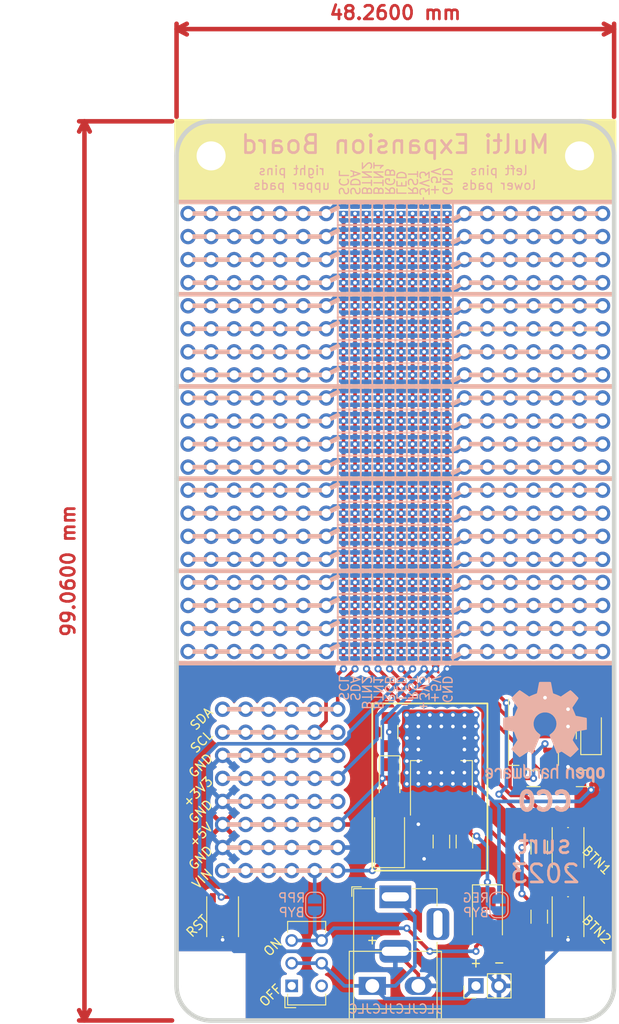
<source format=kicad_pcb>
(kicad_pcb (version 20221018) (generator pcbnew)
  (layers (0 "F.Cu" signal) (31 "B.Cu" signal) (34 "B.Paste" user) (35 "F.Paste" user) (36 "B.SilkS" user "B.Silkscreen") (37 "F.SilkS" user "F.Silkscreen") (38 "B.Mask" user) (39 "F.Mask" user) (44 "Edge.Cuts" user))
  (net 0 "")
  (net 1 "/+5V")
  (net 2 "GND")
  (net 3 "/VIN")
  (net 4 "Net-(D1-K)")
  (net 5 "/LED")
  (net 6 "/RST")
  (net 7 "Net-(D2-K)")
  (net 9 "Net-(D3-DIN)")
  (net 10 "Net-(D4-A)")
  (net 11 "/+3V3")
  (net 12 "/SDA")
  (net 13 "/SCL")
  (net 14 "Pin_1")
  (net 15 "Pin_40")
  (net 16 "Pin_2")
  (net 17 "Pin_39")
  (net 18 "Pin_3")
  (net 19 "Pin_38")
  (net 20 "Pin_4")
  (net 21 "Pin_37")
  (net 22 "Pin_5")
  (net 23 "Pin_36")
  (net 24 "Pin_6")
  (net 25 "Pin_35")
  (net 26 "Pin_7")
  (net 27 "Pin_34")
  (net 28 "Pin_8")
  (net 29 "Pin_33")
  (net 30 "Pin_9")
  (net 31 "Pin_32")
  (net 32 "Pin_10")
  (net 33 "Pin_31")
  (net 34 "Pin_11")
  (net 35 "Pin_30")
  (net 36 "Pin_12")
  (net 37 "Pin_29")
  (net 38 "Pin_13")
  (net 39 "Pin_28")
  (net 40 "Pin_14")
  (net 41 "Pin_27")
  (net 42 "Pin_15")
  (net 43 "Pin_26")
  (net 44 "Pin_16")
  (net 45 "Pin_25")
  (net 46 "Pin_17")
  (net 47 "Pin_24")
  (net 48 "Pin_18")
  (net 49 "Pin_23")
  (net 50 "Pin_19")
  (net 51 "Pin_22")
  (net 52 "Pin_20")
  (net 53 "Pin_21")
  (net 54 "/BTN1")
  (net 55 "/RGB")
  (net 56 "/BTN2")
  (net 59 "Net-(PWR1-Pin_1)")
  (footprint "Custom:PinHeader_1x20_P2.54mm_Vertical_No_Silk" (layer "F.Cu") (at 59.69 71.12)
    (fp_text reference "J7" hide)
    (fp_text value "Conn_01x20" hide)
  )
  (footprint "Connector_BarrelJack:BarrelJack_Horizontal" (layer "F.Cu") (at 67.31 146.4 90)
    (fp_text reference "PWR2" hide)
    (fp_text value "Barrel_Jack" hide)
  )
  (footprint "Button_Switch_SMD:SW_Push_1P1T_NO_Vertical_Wuerth_434133025816" (layer "F.Cu") (at 86.36 140.97 -90)
    (fp_text reference "SW2" hide)
    (fp_text value "SW_Push" hide)
  )
  (footprint "Button_Switch_SMD:SW_Push_1P1T_NO_Vertical_Wuerth_434133025816" (layer "F.Cu") (at 86.36 148.59 -90)
    (fp_text reference "SW3" hide)
    (fp_text value "SW_Push" hide)
  )
  (footprint "Button_Switch_SMD:SW_Push_1P1T_NO_Vertical_Wuerth_434133025816" (layer "F.Cu") (at 48.26 148.59 90)
    (fp_text reference "SW1" hide)
    (fp_text value "SW_Push" hide)
  )
  (footprint "Custom:PinHeader_1x20_P2.54mm_Vertical_No_Silk" (layer "F.Cu") (at 74.93 71.12)
    (fp_text reference "J8" hide)
    (fp_text value "Conn_01x20" hide)
  )
  (footprint "LED_SMD:LED_1206_3216Metric_Pad1.42x1.75mm_HandSolder" (layer "F.Cu") (at 88.9 128.27 90)
    (fp_text reference "D2" hide)
    (fp_text value "LED" hide)
  )
  (footprint "MountingHole:MountingHole_3.2mm_M3" (layer "F.Cu") (at 46.99 156.21)
    (fp_text reference "" hide)
    (fp_text value "MountingHole_3.2mm_M3" hide)
  )
  (footprint "Custom:PinHeader_1x06_P2.54mm_Vertical_No_Silk" (layer "F.Cu") (at 48.26 140.97 90)
    (fp_text reference "J15" hide)
    (fp_text value "Conn_01x06" hide)
  )
  (footprint "Diode_SMD:D_SMA" (layer "F.Cu") (at 77.47 148.59 -90)
    (fp_text reference "D4" hide)
    (fp_text value "D" hide)
  )
  (footprint "Resistor_SMD:R_1206_3216Metric_Pad1.30x1.75mm_HandSolder" (layer "F.Cu") (at 66.675 128.245 90)
    (fp_text reference "R3" hide)
    (fp_text value "R" hide)
  )
  (footprint "Custom:PinHeader_1x20_P2.54mm_Vertical_No_Silk" (layer "F.Cu") (at 46.99 71.12)
    (fp_text reference "J2" hide)
    (fp_text value "Conn_01x20" hide)
  )
  (footprint "Connector_PinHeader_2.54mm:PinHeader_1x02_P2.54mm_Vertical" (layer "F.Cu") (at 76.2 156.21 90)
    (fp_text reference "PWR1" hide)
    (fp_text value "Conn_01x02" hide)
  )
  (footprint "Custom:PinHeader_1x06_P2.54mm_Vertical_No_Silk" (layer "F.Cu") (at 48.26 128.27 90)
    (fp_text reference "J22" hide)
    (fp_text value "Conn_01x06" hide)
  )
  (footprint "Custom:PinHeader_1x06_P2.54mm_Vertical_No_Silk" (layer "F.Cu") (at 48.26 135.89 90)
    (fp_text reference "J16" hide)
    (fp_text value "Conn_01x06" hide)
  )
  (footprint "Custom:PinHeader_1x20_P2.54mm_Vertical_No_Silk" (layer "F.Cu") (at 44.45 71.12)
    (fp_text reference "J1" hide)
    (fp_text value "Conn_01x20" hide)
  )
  (footprint "Custom:PinHeader_1x20_P2.54mm_Vertical_No_Silk" (layer "F.Cu") (at 87.63 71.12)
    (fp_text reference "J13" hide)
    (fp_text value "Conn_01x20" hide)
  )
  (footprint "LED_SMD:LED_1206_3216Metric_Pad1.42x1.75mm_HandSolder" (layer "F.Cu") (at 66.675 133.325 -90)
    (fp_text reference "D1" hide)
    (fp_text value "LED" hide)
  )
  (footprint "Custom:PinHeader_1x20_P2.54mm_Vertical_No_Silk" (layer "F.Cu") (at 54.61 71.12)
    (fp_text reference "J5" hide)
    (fp_text value "Conn_01x20" hide)
  )
  (footprint "Custom:PinHeader_1x20_P2.54mm_Vertical_No_Silk" (layer "F.Cu") (at 82.55 71.12)
    (fp_text reference "J11" hide)
    (fp_text value "Conn_01x20" hide)
  )
  (footprint "Custom:PinHeader_1x20_P2.54mm_Vertical_No_Silk" (layer "F.Cu") (at 90.17 71.12)
    (fp_text reference "J14" hide)
    (fp_text value "Conn_01x20" hide)
  )
  (footprint "Custom:PinHeader_1x20_P2.54mm_Vertical_No_Silk" (layer "F.Cu") (at 49.53 71.12)
    (fp_text reference "J3" hide)
    (fp_text value "Conn_01x20" hide)
  )
  (footprint "Capacitor_SMD:C_1206_3216Metric_Pad1.33x1.80mm_HandSolder" (layer "F.Cu") (at 72.39 140.31 90)
    (fp_text reference "C1" hide)
    (fp_text value "0.1uF" hide)
  )
  (footprint "Package_TO_SOT_SMD:SOT-223-3_TabPin2" (layer "F.Cu") (at 72.39 133.3 90)
    (fp_text reference "U1" hide)
    (fp_text value "AMS1117-5.0" hide)
  )
  (footprint "TerminalBlock:TerminalBlock_bornier-2_P5.08mm" (layer "F.Cu") (at 64.77 156.21)
    (fp_text reference "PWR3" hide)
    (fp_text value "Screw_Terminal_01x02" hide)
  )
  (footprint "MountingHole:MountingHole_3.2mm_M3" (layer "F.Cu") (at 87.63 156.21)
    (fp_text reference "" hide)
    (fp_text value "MountingHole_3.2mm_M3" hide)
  )
  (footprint "Custom:PinHeader_1x06_P2.54mm_Vertical_No_Silk" (layer "F.Cu") (at 48.26 143.51 90)
    (fp_text reference "J18" hide)
    (fp_text value "Conn_01x06" hide)
  )
  (footprint "Custom:PinHeader_1x20_P2.54mm_Vertical_No_Silk" (layer "F.Cu") (at 52.07 71.12)
    (fp_text reference "J4" hide)
    (fp_text value "Conn_01x20" hide)
  )
  (footprint "Capacitor_SMD:C_1206_3216Metric_Pad1.33x1.80mm_HandSolder" (layer "F.Cu") (at 87.9725 133.35 180)
    (fp_text reference "C2" hide)
    (fp_text value "10uF" hide)
  )
  (footprint "Resistor_SMD:R_1206_3216Metric_Pad1.30x1.75mm_HandSolder" (layer "F.Cu") (at 83.185 148.59 90)
    (fp_text reference "R2" hide)
    (fp_text value "10k" hide)
  )
  (footprint "LED_SMD:LED_WS2812B_PLCC4_5.0x5.0mm_P3.2mm" (layer "F.Cu") (at 82.55 128.27 -90)
    (fp_text reference "D3" hide)
    (fp_text value "WS2812B" hide)
  )
  (footprint "MountingHole:MountingHole_3.2mm_M3" (layer "F.Cu") (at 87.63 64.77)
    (fp_text reference "" hide)
    (fp_text value "MountingHole_3.2mm_M3" hide)
  )
  (footprint "Button_Switch_THT:SW_CuK_JS202011CQN_DPDT_Straight" (layer "F.Cu") (at 55.88 156.21 90)
    (fp_text reference "SW4" hide)
    (fp_text value "SW_SPST" hide)
  )
  (footprint "Resistor_SMD:R_1206_3216Metric_Pad1.30x1.75mm_HandSolder" (layer "F.Cu") (at 86.36 128.27 90)
    (fp_text reference "R4" hide)
    (fp_text value "R" hide)
  )
  (footprint "Resistor_SMD:R_1206_3216Metric_Pad1.30x1.75mm_HandSolder" (layer "F.Cu") (at 83.185 140.97 90)
    (fp_text reference "R1" hide)
    (fp_text value "10k" hide)
  )
  (footprint "Custom:PinHeader_1x20_P2.54mm_Vertical_No_Silk" (layer "F.Cu") (at 80.01 71.12)
    (fp_text reference "J10" hide)
    (fp_text value "Conn_01x20" hide)
  )
  (footprint "MountingHole:MountingHole_3.2mm_M3" (layer "F.Cu") (at 46.99 64.77)
    (fp_text reference "" hide)
    (fp_text value "MountingHole_3.2mm_M3" hide)
  )
  (footprint "Capacitor_SMD:C_1206_3216Metric_Pad1.33x1.80mm_HandSolder" (layer "F.Cu") (at 74.93 140.31 -90)
    (fp_text reference "C3" hide)
    (fp_text value "10uF" hide)
  )
  (footprint "Custom:PinHeader_1x20_P2.54mm_Vertical_No_Silk" (layer "F.Cu") (at 77.47 71.12)
    (fp_text reference "J9" hide)
    (fp_text value "Conn_01x20" hide)
  )
  (footprint "Custom:PinHeader_1x06_P2.54mm_Vertical_No_Silk" (layer "F.Cu") (at 48.26 133.35 90)
    (fp_text reference "J20" hide)
    (fp_text value "Conn_01x06" hide)
  )
  (footprint "Custom:PinHeader_1x20_P2.54mm_Vertical_No_Silk" (layer "F.Cu") (at 85.09 71.12)
    (fp_text reference "J12" hide)
    (fp_text value "Conn_01x20" hide)
  )
  (footprint "Resistor_SMD:R_1206_3216Metric_Pad1.30x1.75mm_HandSolder" (layer "F.Cu") (at 82.55 133.35 180)
    (fp_text reference "R5" hide)
    (fp_text value "470R" hide)
  )
  (footprint "Custom:PinHeader_1x20_P2.54mm_Vertical_No_Silk" (layer "F.Cu") (at 57.15 71.12)
    (fp_text reference "J6" hide)
    (fp_text value "Conn_01x20" hide)
  )
  (footprint "Diode_SMD:D_SMA" (layer "F.Cu") (at 66.675 139.675 90)
    (fp_text reference "D5" hide)
    (fp_text value "D" hide)
  )
  (footprint "Custom:PinHeader_1x06_P2.54mm_Vertical_No_Silk" (layer "F.Cu") (at 48.26 130.81 90)
    (fp_text reference "J17" hide)
    (fp_text value "Conn_01x06" hide)
  )
  (footprint "Custom:PinHeader_1x06_P2.54mm_Vertical_No_Silk" (layer "F.Cu") (at 48.26 138.43 90)
    (fp_text reference "J19" hide)
    (fp_text value "Conn_01x06" hide)
  )
  (footprint "Custom:PinHeader_1x06_P2.54mm_Vertical_No_Silk" (layer "F.Cu") (at 48.26 125.73 90)
    (fp_text reference "J21" hide)
    (fp_text value "Conn_01x06" hide)
  )
  (footprint "Custom:SolderJumper-mini-3" (layer "B.Cu") (at 65.405 81.28 -90)
    (fp_text reference "JP87" hide)
    (fp_text value "SolderJumper_3_Open" hide)
  )
  (footprint "Custom:SolderJumper-mini-3" (layer "B.Cu") (at 71.755 83.819999 -90)
    (fp_text reference "JP8" hide)
    (fp_text value "SolderJumper_3_Open" hide)
  )
  (footprint "Custom:SolderJumper-mini-3" (layer "B.Cu") (at 64.135 76.2 -90)
    (fp_text reference "JP185" hide)
    (fp_text value "SolderJumper_3_Open" hide)
  )
  (footprint "Custom:SolderJumper-mini-3" (layer "B.Cu") (at 66.675 88.899999 -90)
    (fp_text reference "JP110" hide)
    (fp_text value "SolderJumper_3_Open" hide)
  )
  (footprint "Custom:SolderJumper-mini-3" (layer "B.Cu") (at 69.215 114.3 -90)
    (fp_text reference "JP180" hide)
    (fp_text value "SolderJumper_3_Open" hide)
  )
  (footprint "Custom:SolderJumper-mini-3" (layer "B.Cu") (at 70.485 104.14 -90)
    (fp_text reference "JP56" hide)
    (fp_text value "SolderJumper_3_Open" hide)
  )
  (footprint "Custom:SolderJumper-mini-3" (layer "B.Cu") (at 67.945 78.74 -90)
    (fp_text reference "JP66" hide)
    (fp_text value "SolderJumper_3_Open" hide)
  )
  (footprint "Custom:SolderJumper-mini-3" (layer "B.Cu") (at 61.595 93.98 -90)
    (fp_text reference "JP152" hide)
    (fp_text value "SolderJumper_3_Open" hide)
  )
  (footprint "Custom:SolderJumper-mini-3" (layer "B.Cu") (at 73.025 109.219999 -90)
    (fp_text reference "JP38" hide)
    (fp_text value "SolderJumper_3_Open" hide)
  )
  (footprint "Custom:SolderJumper-mini-3" (layer "B.Cu") (at 73.025 111.759999 -90)
    (fp_text reference "JP39" hide)
    (fp_text value "SolderJumper_3_Open" hide)
  )
  (footprint "Custom:SolderJumper-mini-3" (layer "B.Cu") (at 62.865 76.199999 -90)
    (fp_text reference "JP125" hide)
    (fp_text value "SolderJumper_3_Open" hide)
  )
  (footprint "Custom:SolderJumper-mini-3" (layer "B.Cu") (at 73.025 96.519999 -90)
    (fp_text reference "JP33" hide)
    (fp_text value "SolderJumper_3_Open" hide)
  )
  (footprint "Custom:SolderJumper-mini-3" (layer "B.Cu") (at 67.945 91.44 -90)
    (fp_text reference "JP71" hide)
    (fp_text value "SolderJumper_3_Open" hide)
  )
  (footprint "Custom:SolderJumper-mini-3" (layer "B.Cu") (at 61.595 86.359999 -90)
    (fp_text reference "JP149" hide)
    (fp_text value "SolderJumper_3_Open" hide)
  )
  (footprint "Custom:SolderJumper-mini-3" (layer "B.Cu") (at 65.405 86.359999 -90)
    (fp_text reference "JP89" hide)
    (fp_text value "SolderJumper_3_Open" hide)
  )
  (footprint "Custom:SolderJumper-mini-3" (layer "B.Cu") (at 61.595 91.44 -90)
    (fp_text reference "JP151" hide)
    (fp_text value "SolderJumper_3_Open" hide)
  )
  (footprint "Custom:SolderJumper-mini-3" (layer "B.Cu") (at 70.485 111.759999 -90)
    (fp_text reference "JP59" hide)
    (fp_text value "SolderJumper_3_Open" hide)
  )
  (footprint "Custom:SolderJumper-mini-3" (layer "B.Cu") (at 73.025 91.44 -90)
    (fp_text reference "JP31" hide)
    (fp_text value "SolderJumper_3_Open" hide)
  )
  (footprint "Custom:SolderJumper-mini-3" (layer "B.Cu") (at 61.595 111.759999 -90)
    (fp_text reference "JP159" hide)
    (fp_text value "SolderJumper_3_Open" hide)
  )
  (footprint "Custom:SolderJumper-mini-3" (layer "B.Cu") (at 69.215 81.28 -90)
    (fp_text reference "JP167" hide)
    (fp_text value "SolderJumper_3_Open" hide)
  )
  (footprint "Custom:SolderJumper-mini-3" (layer "B.Cu") (at 73.025 78.74 -90)
    (fp_text reference "JP26" hide)
    (fp_text value "SolderJumper_3_Open" hide)
  )
  (footprint "Custom:SolderJumper-mini-3" (layer "B.Cu") (at 65.405 78.74 -90)
    (fp_text reference "JP86" hide)
    (fp_text value "SolderJumper_3_Open" hide)
  )
  (footprint "Custom:SolderJumper-mini-3" (layer "B.Cu") (at 62.865 91.44 -90)
    (fp_text reference "JP131" hide)
    (fp_text value "SolderJumper_3_Open" hide)
  )
  (footprint "Custom:SolderJumper-mini-3" (layer "B.Cu") (at 70.485 76.199999 -90)
    (fp_text reference "JP45" hide)
    (fp_text value "SolderJumper_3_Open" hide)
  )
  (footprint "Custom:SolderJumper-mini-3" (layer "B.Cu") (at 71.755 104.14 -90)
    (fp_text reference "JP16" hide)
    (fp_text value "SolderJumper_3_Open" hide)
  )
  (footprint "Custom:SolderJumper-mini-3" (layer "B.Cu") (at 65.405 101.6 -90)
    (fp_text reference "JP95" hide)
    (fp_text value "SolderJumper_3_Open" hide)
  )
  (footprint "Custom:SolderJumper-mini-3" (layer "B.Cu") (at 66.675 71.12 -90)
    (fp_text reference "JP103" hide)
    (fp_text value "SolderJumper_3_Open" hide)
  )
  (footprint "Custom:SolderJumper-mini-3" (layer "B.Cu") (at 66.675 109.219999 -90)
    (fp_text reference "JP118" hide)
    (fp_text value "SolderJumper_3_Open" hide)
  )
  (footprint "Custom:SolderJumper-mini-3" (layer "B.Cu") (at 65.405 93.98 -90)
    (fp_text reference "JP92" hide)
    (fp_text value "SolderJumper_3_Open" hide)
  )
  (footprint "Custom:SolderJumper-mini-3" (layer "B.Cu") (at 70.485 116.84 -90)
    (fp_text reference "JP61" hide)
    (fp_text value "SolderJumper_3_Open" hide)
  )
  (footprint "Custom:SolderJumper-mini-3" (layer "B.Cu") (at 71.755 78.74 -90)
    (fp_text reference "JP6" hide)
    (fp_text value "SolderJumper_3_Open" hide)
  )
  (footprint "Custom:SolderJumper-mini-3" (layer "B.Cu") (at 61.595 114.3 -90)
    (fp_text reference "JP160" hide)
    (fp_text value "SolderJumper_3_Open" hide)
  )
  (footprint "Custom:SolderJumper-mini-3" (layer "B.Cu") (at 73.025 88.899999 -90)
    (fp_text reference "JP30" hide)
    (fp_text value "SolderJumper_3_Open" hide)
  )
  (footprint "Custom:SolderJumper-mini-3" (layer "B.Cu") (at 67.945 111.759999 -90)
    (fp_text reference "JP79" hide)
    (fp_text value "SolderJumper_3_Open" hide)
  )
  (footprint "Custom:SolderJumper-mini-3" (layer "B.Cu") (at 73.025 73.659999 -90)
    (fp_text reference "JP24" hide)
    (fp_text value "SolderJumper_3_Open" hide)
  )
  (footprint "Custom:SolderJumper-mini-3" (layer "B.Cu") (at 65.405 73.659999 -90)
    (fp_text reference "JP84" hide)
    (fp_text value "SolderJumper_3_Open" hide)
  )
  (footprint "Custom:SolderJumper-mini-3" (layer "B.Cu") (at 65.405 116.84 -90)
    (fp_text reference "JP101" hide)
    (fp_text value "SolderJumper_3_Open" hide)
  )
  (footprint "Custom:SolderJumper-mini-3" (layer "B.Cu") (at 69.215 93.98 -90)
    (fp_text reference "JP172" hide)
    (fp_text value "SolderJumper_3_Open" hide)
  )
  (footprint "Custom:SolderJumper-mini-3" (layer "B.Cu") (at 70.485 73.659999 -90)
    (fp_text reference "JP44" hide)
    (fp_text value "SolderJumper_3_Open" hide)
  )
  (footprint "Custom:SolderJumper-mini-3" (layer "B.Cu") (at 66.675 76.199999 -90)
    (fp_text reference "JP105" hide)
    (fp_text value "SolderJumper_3_Open" hide)
  )
  (footprint "Custom:SolderJumper-mini-3" (layer "B.Cu") (at 61.595 71.12 -90)
    (fp_text reference "JP143" hide)
    (fp_text value "SolderJumper_3_Open" hide)
  )
  (footprint "Custom:SolderJumper-mini-3" (layer "B.Cu") (at 66.675 86.359999 -90)
    (fp_text reference "JP109" hide)
    (fp_text value "SolderJumper_3_Open" hide)
  )
  (footprint "Custom:SolderJumper-mini-3" (layer "B.Cu") (at 67.945 109.219999 -90)
    (fp_text reference "JP78" hide)
    (fp_text value "SolderJumper_3_Open" hide)
  )
  (footprint "Custom:SolderJumper-mini-3" (layer "B.Cu") (at 64.135 101.6 -90)
    (fp_text reference "JP195" hide)
    (fp_text value "SolderJumper_3_Open" hide)
  )
  (footprint "Custom:SolderJumper-mini-3" (layer "B.Cu") (at 65.405 76.199999 -90)
    (fp_text reference "JP85" hide)
    (fp_text value "SolderJumper_3_Open" hide)
  )
  (footprint "Custom:SolderJumper-mini-3" (layer "B.Cu") (at 70.485 119.379999 -90)
    (fp_text reference "JP62" hide)
    (fp_text value "SolderJumper_3_Open" hide)
  )
  (footprint "Custom:SolderJumper-mini-3" (layer "B.Cu") (at 70.485 106.679999 -90)
    (fp_text reference "JP57" hide)
    (fp_text value "SolderJumper_3_Open" hide)
  )
  (footprint "Custom:SolderJumper-mini-3" (layer "B.Cu") (at 71.755 106.679999 -90)
    (fp_text reference "JP17" hide)
    (fp_text value "SolderJumper_3_Open" hide)
  )
  (footprint "Custom:SolderJumper-mini-3" (layer "B.Cu") (at 62.865 109.219999 -90)
    (fp_text reference "JP138" hide)
    (fp_text value "SolderJumper_3_Open" hide)
  )
  (footprint "Custom:SolderJumper-mini-3" (layer "B.Cu") (at 62.865 114.3 -90)
    (fp_text reference "JP140" hide)
    (fp_text value "SolderJumper_3_Open" hide)
  )
  (footprint "Custom:SolderJumper-mini-3" (layer "B.Cu") (at 66.675 81.28 -90)
    (fp_text reference "JP107" hide)
    (fp_text value "SolderJumper_3_Open" hide)
  )
  (footprint "Custom:SolderJumper-mini-3" (layer "B.Cu") (at 66.675 83.819999 -90)
    (fp_text reference "JP108" hide)
    (fp_text value "SolderJumper_3_Open" hide)
  )
  (footprint "Custom:SolderJumper-mini-3" (layer "B.Cu") (at 73.025 116.84 -90)
    (fp_text reference "JP41" hide)
    (fp_text value "SolderJumper_3_Open" hide)
  )
  (footprint "Custom:SolderJumper-mini-3" (layer "B.Cu") (at 70.485 91.44 -90)
    (fp_text reference "JP51" hide)
    (fp_text value "SolderJumper_3_Open" hide)
  )
  (footprint "Custom:SolderJumper-mini-3" (layer "B.Cu") (at 70.485 86.359999 -90)
    (fp_text reference "JP49" hide)
    (fp_text value "SolderJumper_3_Open" hide)
  )
  (footprint "Custom:SolderJumper-mini-3" (layer "B.Cu") (at 64.115 71.120001 -90)
    (fp_text reference "JP183" hide)
    (fp_text value "SolderJumper_3_Open" hide)
  )
  (footprint "Custom:SolderJumper-mini-3" (layer "B.Cu") (at 71.755 71.12 -90)
    (fp_text reference "JP3" hide)
    (fp_text value "SolderJumper_3_Open" hide)
  )
  (footprint "Custom:SolderJumper-mini-3" (layer "B.Cu") (at 66.675 104.14 -90)
    (fp_text reference "JP116" hide)
    (fp_text value "SolderJumper_3_Open" hide)
  )
  (footprint "Custom:SolderJumper-mini-3" (layer "B.Cu") (at 71.755 109.219999 -90)
    (fp_text reference "JP18" hide)
    (fp_text value "SolderJumper_3_Open" hide)
  )
  (footprint "Custom:SolderJumper-mini-3" (layer "B.Cu") (at 64.135 83.820001 -90)
    (fp_text reference "JP188" hide)
    (fp_text value "SolderJumper_3_Open" hide)
  )
  (footprint "Custom:SolderJumper-mini-3" (layer "B.Cu") (at 64.135 73.660001 -90)
    (fp_text reference "JP184" hide)
    (fp_text value "SolderJumper_3_Open" hide)
  )
  (footprint "Custom:SolderJumper-mini-3" (layer "B.Cu") (at 62.865 86.359999 -90)
    (fp_text reference "JP129" hide)
    (fp_text value "SolderJumper_3_Open" hide)
  )
  (footprint "Custom:SolderJumper-mini-3" (layer "B.Cu") (at 69.215 73.659998 -90)
    (fp_text reference "JP164" hide)
    (fp_text value "SolderJumper_3_Open" hide)
  )
  (footprint "Custom:SolderJumper-mini-3" (layer "B.Cu") (at 61.595 101.6 -90)
    (fp_text reference "JP155" hide)
    (fp_text value "SolderJumper_3_Open" hide)
  )
  (footprint "Custom:SolderJumper-mini-3" (layer "B.Cu") (at 62.865 106.679999 -90)
    (fp_text reference "JP137" hide)
    (fp_text value "SolderJumper_3_Open" hide)
  )
  (footprint "Custom:SolderJumper-mini-3" (layer "B.Cu") (at 61.595 104.14 -90)
    (fp_text reference "JP156" hide)
    (fp_text value "SolderJumper_3_Open" hide)
  )
  (footprint "Custom:SolderJumper-mini-3" (layer "B.Cu") (at 64.135 88.9 -90)
    (fp_text reference "JP190" hide)
    (fp_text value "SolderJumper_3_Open" hide)
  )
  (footprint "Custom:SolderJumper-mini-3" (layer "B.Cu") (at 62.865 111.759999 -90)
    (fp_text reference "JP139" hide)
    (fp_text value "SolderJumper_3_Open" hide)
  )
  (footprint "Custom:SolderJumper-mini-3" (layer "B.Cu") (at 67.945 119.379999 -90)
    (fp_text reference "JP82" hide)
    (fp_text value "SolderJumper_3_Open" hide)
  )
  (footprint "Custom:SolderJumper-mini-3" (layer "B.Cu") (at 67.945 83.82 -90)
    (fp_text reference "JP68" hide)
    (fp_text value "SolderJumper_3_Open" hide)
  )
  (footprint "Custom:SolderJumper-mini-3" (layer "B.Cu") (at 70.485 99.059999 -90)
    (fp_text reference "JP54" hide)
    (fp_text value "SolderJumper_3_Open" hide)
  )
  (footprint "Custom:SolderJumper-mini-3" (layer "B.Cu") (at 61.595 73.659999 -90)
    (fp_text reference "JP144" hide)
    (fp_text value "SolderJumper_3_Open" hide)
  )
  (footprint "Custom:SolderJumper-mini-3" (layer "B.Cu") (at 65.405 106.679999 -90)
    (fp_text reference "JP97" hide)
    (fp_text value "SolderJumper_3_Open" hide)
  )
  (footprint "Custom:SolderJumper-mini-3" (layer "B.Cu") (at 61.595 78.74 -90)
    (fp_text reference "JP146" hide)
    (fp_text value "SolderJumper_3_Open" hide)
  )
  (footprint "Custom:SolderJumper-mini-3" (layer "B.Cu") (at 66.675 96.519999 -90)
    (fp_text reference "JP113" hide)
    (fp_text value "SolderJumper_3_Open" hide)
  )
  (footprint "Custom:SolderJumper-mini-3" (layer "B.Cu") (at 65.405 96.519999 -90)
    (fp_text reference "JP93" hide)
    (fp_text value "SolderJumper_3_Open" hide)
  )
  (footprint "Custom:SolderJumper-mini-3" (layer "B.Cu") (at 69.215 106.679998 -90)
    (fp_text reference "JP177" hide)
    (fp_text value "SolderJumper_3_Open" hide)
  )
  (footprint "Custom:SolderJumper-mini-3" (layer "B.Cu") (at 61.595 119.379999 -90)
    (fp_text reference "JP162" hide)
    (fp_text value "SolderJumper_3_Open" hide)
  )
  (footprint "Custom:SolderJumper-mini-3" (layer "B.Cu") (at 62.865 96.519999 -90)
    (fp_text reference "JP133" hide)
    (fp_text value "SolderJumper_3_Open" hide)
  )
  (footprint "Custom:SolderJumper-mini-3" (layer "B.Cu") (at 67.945 71.12 -90)
    (fp_text reference "JP63" hide)
    (fp_text value "SolderJumper_3_Open" hide)
  )
  (footprint "Custom:SolderJumper-mini-3" (layer "B.Cu") (at 64.135 81.280001 -90)
    (fp_text reference "JP187" hide)
    (fp_text value "SolderJumper_3_Open" hide)
  )
  (footprint "Custom:SolderJumper-mini-3" (layer "B.Cu") (at 73.025 99.059999 -90)
    (fp_text reference "JP34" hide)
    (fp_text value "SolderJumper_3_Open" hide)
  )
  (footprint "Custom:SolderJumper-mini-3" (layer "B.Cu") (at 71.755 114.3 -90)
    (fp_text reference "JP20" hide)
    (fp_text value "SolderJumper_3_Open" hide)
  )
  (footprint "Custom:SolderJumper-mini-3" (layer "B.Cu") (at 65.405 91.44 -90)
    (fp_text reference "JP91" hide)
    (fp_text value "SolderJumper_3_Open" hide)
  )
  (footprint "Symbol:OSHW-Logo2_14.6x12mm_SilkScreen" (layer "B.Cu") (at 83.82 128.27 180)
    (fp_text reference "REF**" hide)
    (fp_text value "OSHW-Logo2_14.6x12mm_SilkScreen" hide)
  )
  (footprint "Custom:SolderJumper-mini-3" (layer "B.Cu") (at 71.755 111.759999 -90)
    (fp_text reference "JP19" hide)
    (fp_text value "SolderJumper_3_Open" hide)
  )
  (footprint "Custom:SolderJumper-mini-3" (layer "B.Cu") (at 67.945 93.98 -90)
    (fp_text reference "JP72" hide)
    (fp_text value "SolderJumper_3_Open" hide)
  )
  (footprint "Custom:SolderJumper-mini-3" (layer "B.Cu") (at 66.675 116.84 -90)
    (fp_text reference "JP121" hide)
    (fp_text value "SolderJumper_3_Open" hide)
  )
  (footprint "Custom:SolderJumper-mini-3" (layer "B.Cu") (at 66.675 78.74 -90)
    (fp_text reference "JP106" hide)
    (fp_text value "SolderJumper_3_Open" hide)
  )
  (footprint "Custom:SolderJumper-mini-3" (layer "B.Cu") (at 65.405 119.379999 -90)
    (fp_text reference "JP102" hide)
    (fp_text value "SolderJumper_3_Open" hide)
  )
  (footprint "Jumper:SolderJumper-2_P1.3mm_Open_RoundedPad1.0x1.5mm" (layer "B.Cu") (at 58.42 147.295 90)
    (fp_text reference "JP1" hide)
    (fp_text value "SolderJumper_2_Open" hide)
  )
  (footprint "Custom:SolderJumper-mini-3" (layer "B.Cu") (at 64.115 114.300001 -90)
    (fp_text reference "JP200" hide)
    (fp_text value "SolderJumper_3_Open" hide)
  )
  (footprint "Custom:SolderJumper-mini-3" (layer "B.Cu") (at 66.675 111.759999 -90)
    (fp_text reference "JP119" hide)
    (fp_text value "SolderJumper_3_Open" hide)
  )
  (footprint "Custom:SolderJumper-mini-3" (layer "B.Cu") (at 62.865 119.379999 -90)
    (fp_text reference "JP142" hide)
    (fp_text value "SolderJumper_3_Open" hide)
  )
  (footprint "Custom:SolderJumper-mini-3" (layer "B.Cu") (at 71.755 91.44 -90)
    (fp_text reference "JP11" hide)
    (fp_text value "SolderJumper_3_Open" hide)
  )
  (footprint "Custom:SolderJumper-mini-3" (layer "B.Cu") (at 67.945 114.3 -90)
    (fp_text reference "JP80" hide)
    (fp_text value "SolderJumper_3_Open" hide)
  )
  (footprint "Custom:SolderJumper-mini-3" (layer "B.Cu") (at 70.485 109.219999 -90)
    (fp_text reference "JP58" hide)
    (fp_text value "SolderJumper_3_Open" hide)
  )
  (footprint "Custom:SolderJumper-mini-3" (layer "B.Cu") (at 73.025 83.82 -90)
    (fp_text reference "JP28" hide)
    (fp_text value "SolderJumper_3_Open" hide)
  )
  (footprint "Custom:SolderJumper-mini-3" (layer "B.Cu") (at 71.755 88.899999 -90)
    (fp_text reference "JP10" hide)
    (fp_text value "SolderJumper_3_Open" hide)
  )
  (footprint "Custom:SolderJumper-mini-3" (layer "B.Cu") (at 62.865 88.899999 -90)
    (fp_text reference "JP130" hide)
    (fp_text value "SolderJumper_3_Open" hide)
  )
  (footprint "Custom:SolderJumper-mini-3" (layer "B.Cu") (at 71.755 73.659999 -90)
    (fp_text reference "JP4" hide)
    (fp_text value "SolderJumper_3_Open" hide)
  )
  (footprint "Custom:SolderJumper-mini-3" (layer "B.Cu") (at 64.135 104.14 -90)
    (fp_text reference "JP196" hide)
    (fp_text value "SolderJumper_3_Open" hide)
  )
  (footprint "Custom:SolderJumper-mini-3" (layer "B.Cu") (at 69.215 119.379998 -90)
    (fp_text reference "JP182" hide)
    (fp_text value "SolderJumper_3_Open" hide)
  )
  (footprint "Custom:SolderJumper-mini-3" (layer "B.Cu") (at 64.114999 111.760001 -90)
    (fp_text reference "JP199" hide)
    (fp_text value "SolderJumper_3_Open" hide)
  )
  (footprint "Custom:SolderJumper-mini-3" (layer "B.Cu") (at 69.215 88.899999 -90)
    (fp_text reference "JP170" hide)
    (fp_text value "SolderJumper_3_Open" hide)
  )
  (footprint "Custom:SolderJumper-mini-3" (layer "B.Cu") (at 71.755 96.519999 -90)
    (fp_text reference "JP13" hide)
    (fp_text value "SolderJumper_3_Open" hide)
  )
  (footprint "Custom:SolderJumper-mini-3" (layer "B.Cu") (at 69.215 91.44 -90)
    (fp_text reference "JP171" hide)
    (fp_text value "SolderJumper_3_Open" hide)
  )
  (footprint "Custom:SolderJumper-mini-3" (layer "B.Cu") (at 66.675 106.679999 -90)
    (fp_text reference "JP117" hide)
    (fp_text value "SolderJumper_3_Open" hide)
  )
  (footprint "Custom:SolderJumper-mini-3" (layer "B.Cu") (at 69.215 86.359998 -90)
    (fp_text reference "JP169" hide)
    (fp_text value "SolderJumper_3_Open" hide)
  )
  (footprint "Custom:SolderJumper-mini-3" (layer "B.Cu") (at 67.945 106.68 -90)
    (fp_text reference "JP77" hide)
    (fp_text value "SolderJumper_3_Open" hide)
  )
  (footprint "Custom:SolderJumper-mini-3" (layer "B.Cu") (at 61.595 81.28 -90)
    (fp_text reference "JP147" hide)
    (fp_text value "SolderJumper_3_Open" hide)
  )
  (footprint "Custom:SolderJumper-mini-3" (layer "B.Cu") (at 70.485 83.819999 -90)
    (fp_text reference "JP48" hide)
    (fp_text value "SolderJumper_3_Open" hide)
  )
  (footprint "Custom:SolderJumper-mini-3" (layer "B.Cu") (at 73.025 101.6 -90)
    (fp_text reference "JP35" hide)
    (fp_text value "SolderJumper_3_Open" hide)
  )
  (footprint "Custom:SolderJumper-mini-3" (layer "B.Cu") (at 67.945 116.84 -90)
    (fp_text reference "JP81" hide)
    (fp_text value "SolderJumper_3_Open" hide)
  )
  (footprint "Custom:SolderJumper-mini-3" (layer "B.Cu") (at 71.755 119.379999 -90)
    (fp_text reference "JP22" hide)
    (fp_text value "SolderJumper_3_Open" hide)
  )
  (footprint "Custom:SolderJumper-mini-3" (layer "B.Cu") (at 64.135 106.68 -90)
    (fp_text reference "JP197" hide)
    (fp_text value "SolderJumper_3_Open" hide)
  )
  (footprint "Custom:SolderJumper-mini-3" (layer "B.Cu") (at 65.405 83.819999 -90)
    (fp_text reference "JP88" hide)
    (fp_text value "SolderJumper_3_Open" hide)
  )
  (footprint "Custom:SolderJumper-mini-3" (layer "B.Cu") (at 67.945 76.199999 -90)
    (fp_text reference "JP65" hide)
    (fp_text value "SolderJumper_3_Open" hide)
  )
  (footprint "Custom:SolderJumper-mini-3" (layer "B.Cu") (at 70.485 93.98 -90)
    (fp_text reference "JP52" hide)
    (fp_text value "SolderJumper_3_Open" hide)
  )
  (footprint "Custom:SolderJumper-mini-3" (layer "B.Cu") (at 67.945 86.359999 -90)
    (fp_text reference "JP69" hide)
    (fp_text value "SolderJumper_3_Open" hide)
  )
  (footprint "Custom:SolderJumper-mini-3" (layer "B.Cu") (at 67.945 73.659999 -90)
    (fp_text reference "JP64" hide)
    (fp_text value "SolderJumper_3_Open" hide)
  )
  (footprint "Custom:SolderJumper-mini-3" (layer "B.Cu") (at 65.405 111.759999 -90)
    (fp_text reference "JP99" hide)
    (fp_text value "SolderJumper_3_Open" hide)
  )
  (footprint "Custom:SolderJumper-mini-3" (layer "B.Cu") (at 64.135 93.980001 -90)
    (fp_text reference "JP192" hide)
    (fp_text value "SolderJumper_3_Open" hide)
  )
  (footprint "Custom:SolderJumper-mini-3" (layer "B.Cu") (at 62.865 81.28 -90)
    (fp_text reference "JP127" hide)
    (fp_text value "SolderJumper_3_Open" hide)
  )
  (footprint "Custom:SolderJumper-mini-3" (layer "B.Cu") (at 64.135 86.36 -90)
    (fp_text reference "JP189" hide)
    (fp_text value "SolderJumper_3_Open" hide)
  )
  (footprint "Custom:SolderJumper-mini-3" (layer "B.Cu") (at 61.595 83.819999 -90)
    (fp_text reference "JP148" hide)
    (fp_text value "SolderJumper_3_Open" hide)
  )
  (footprint "Custom:SolderJumper-mini-3" (layer "B.Cu") (at 61.595 106.679999 -90)
    (fp_text reference "JP157" hide)
    (fp_text value "SolderJumper_3_Open" hide)
  )
  (footprint "Custom:SolderJumper-mini-3" (layer "B.Cu") (at 67.945 88.899999 -90)
    (fp_text reference "JP70" hide)
    (fp_text value "SolderJumper_3_Open" hide)
  )
  (footprint "Custom:SolderJumper-mini-3" (layer "B.Cu") (at 73.025 104.14 -90)
    (fp_text reference "JP36" hide)
    (fp_text value "SolderJumper_3_Open" hide)
  )
  (footprint "Custom:SolderJumper-mini-3" (layer "B.Cu") (at 71.755 116.84 -90)
    (fp_text reference "JP21" hide)
    (fp_text value "SolderJumper_3_Open" hide)
  )
  (footprint "Custom:SolderJumper-mini-3" (layer "B.Cu") (at 73.025 81.28 -90)
    (fp_text reference "JP27" hide)
    (fp_text value "SolderJumper_3_Open" hide)
  )
  (footprint "Custom:SolderJumper-mini-3" (layer "B.Cu") (at 66.675 91.44 -90)
    (fp_text reference "JP111" hide)
    (fp_text value "SolderJumper_3_Open" hide)
  )
  (footprint "Custom:SolderJumper-mini-3" (layer "B.Cu") (at 73.025 93.98 -90)
    (fp_text reference "JP32" hide)
    (fp_text value "SolderJumper_3_Open" hide)
  )
  (footprint "Custom:SolderJumper-mini-3" (layer "B.Cu") (at 71.755 81.28 -90)
    (fp_text reference "JP7" hide)
    (fp_text value "SolderJumper_3_Open" hide)
  )
  (footprint "Custom:SolderJumper-mini-3" (layer "B.Cu") (at 64.135 78.740001 -90)
    (fp_text reference "JP186" hide)
    (fp_text value "SolderJumper_3_Open" hide)
  )
  (footprint "Custom:SolderJumper-mini-3" (layer "B.Cu") (at 71.755 86.359999 -90)
    (fp_text reference "JP9" hide)
    (fp_text value "SolderJumper_3_Open" hide)
  )
  (footprint "Custom:SolderJumper-mini-3" (layer "B.Cu") (at 70.485 81.28 -90)
    (fp_text reference "JP47" hide)
    (fp_text value "SolderJumper_3_Open" hide)
  )
  (footprint "Custom:SolderJumper-mini-3" (layer "B.Cu") (at 61.595 96.519999 -90)
    (fp_text reference "JP153" hide)
    (fp_text value "SolderJumper_3_Open" hide)
  )
  (footprint "Custom:SolderJumper-mini-3" (layer "B.Cu") (at 66.675 73.659999 -90)
    (fp_text reference "JP104" hide)
    (fp_text value "SolderJumper_3_Open" hide)
  )
  (footprint "Custom:SolderJumper-mini-3" (layer "B.Cu") (at 67.945 96.519999 -90)
    (fp_text reference "JP73" hide)
    (fp_text value "SolderJumper_3_Open" hide)
  )
  (footprint "Custom:SolderJumper-mini-3" (layer "B.Cu") (at 71.755 99.059999 -90)
    (fp_text reference "JP14" hide)
    (fp_text value "SolderJumper_3_Open" hide)
  )
  (footprint "Custom:SolderJumper-mini-3" (layer "B.Cu") (at 73.025 106.68 -90)
    (fp_text reference "JP37" hide)
    (fp_text value "SolderJumper_3_Open" hide)
  )
  (footprint "Custom:SolderJumper-mini-3" (layer "B.Cu") (at 70.485 78.74 -90)
    (fp_text reference "JP46" hide)
    (fp_text value "SolderJumper_3_Open" hide)
  )
  (footprint "Custom:SolderJumper-mini-3" (layer "B.Cu") (at 71.755 101.6 -90)
    (fp_text reference "JP15" hide)
    (fp_text value "SolderJumper_3_Open" hide)
  )
  (footprint "Custom:SolderJumper-mini-3" (layer "B.Cu") (at 67.945 104.14 -90)
    (fp_text reference "JP76" hide)
    (fp_text value "SolderJumper_3_Open" hide)
  )
  (footprint "Custom:SolderJumper-mini-3" (layer "B.Cu") (at 69.215 109.219999 -90)
    (fp_text reference "JP178" hide)
    (fp_text value "SolderJumper_3_Open" hide)
  )
  (footprint "Custom:SolderJumper-mini-3" (layer "B.Cu") (at 67.945 99.059999 -90)
    (fp_text reference "JP74" hide)
    (fp_text value "SolderJumper_3_Open" hide)
  )
  (footprint "Custom:SolderJumper-mini-3" (layer "B.Cu") (at 70.485 71.12 -90)
    (fp_text reference "JP43" hide)
    (fp_text value "SolderJumper_3_Open" hide)
  )
  (footprint "Custom:SolderJumper-mini-3" (layer "B.Cu") (at 64.135 91.440001 -90)
    (fp_text reference "JP191" hide)
    (fp_text value "SolderJumper_3_Open" hide)
  )
  (footprint "Custom:SolderJumper-mini-3" (layer "B.Cu") (at 66.675 114.3 -90)
    (fp_text reference "JP120" hide)
    (fp_text value "SolderJumper_3_Open" hide)
  )
  (footprint "Custom:SolderJumper-mini-3" (layer "B.Cu") (at 62.865 78.74 -90)
    (fp_text reference "JP126" hide)
    (fp_text value "SolderJumper_3_Open" hide)
  )
  (footprint "Custom:SolderJumper-mini-3" (layer "B.Cu") (at 62.865 104.14 -90)
    (fp_text reference "JP136" hide)
    (fp_text value "SolderJumper_3_Open" hide)
  )
  (footprint "Custom:SolderJumper-mini-3" (layer "B.Cu") (at 65.405 104.14 -90)
    (fp_text reference "JP96" hide)
    (fp_text value "SolderJumper_3_Open" hide)
  )
  (footprint "Custom:SolderJumper-mini-3" (layer "B.Cu") (at 73.025 76.219999 -90)
    (fp_text reference "JP25" hide)
    (fp_text value "SolderJumper_3_Open" hide)
  )
  (footprint "Custom:SolderJumper-mini-3" (layer "B.Cu") (at 65.405 71.12 -90)
    (fp_text reference "JP83" hide)
    (fp_text value "SolderJumper_3_Open" hide)
  )
  (footprint "Custom:SolderJumper-mini-3" (layer "B.Cu") (at 64.135 96.520001 -90)
    (fp_text reference "JP193" hide)
    (fp_text value "SolderJumper_3_Open" hide)
  )
  (footprint "Custom:SolderJumper-mini-3" (layer "B.Cu") (at 65.405 99.059999 -90)
    (fp_text reference "JP94" hide)
    (fp_text value "SolderJumper_3_Open" hide)
  )
  (footprint "Custom:SolderJumper-mini-3" (layer "B.Cu") (at 69.215 78.74 -90)
    (fp_text reference "JP166" hide)
    (fp_text value "SolderJumper_3_Open" hide)
  )
  (footprint "Custom:SolderJumper-mini-3" (layer "B.Cu") (at 69.215 116.839999 -90)
    (fp_text reference "JP181" hide)
    (fp_text value "SolderJumper_3_Open" hide)
  )
  (footprint "Custom:SolderJumper-mini-3" (layer "B.Cu") (at 65.405 114.3 -90)
    (fp_text reference "JP100" hide)
    (fp_text value "SolderJumper_3_Open" hide)
  )
  (footprint "Custom:SolderJumper-mini-3" (layer "B.Cu") (at 61.595 88.899999 -90)
    (fp_text reference "JP150" hide)
    (fp_text value "SolderJumper_3_Open" hide)
  )
  (footprint "Custom:SolderJumper-mini-3" (layer "B.Cu") (at 69.215 96.519998 -90)
    (fp_text reference "JP173" hide)
    (fp_text value "SolderJumper_3_Open" hide)
  )
  (footprint "Custom:SolderJumper-mini-3" (layer "B.Cu") (at 73.025 114.3 -90)
    (fp_text reference "JP40" hide)
    (fp_text value "SolderJumper_3_Open" hide)
  )
  (footprint "Custom:SolderJumper-mini-3" (layer "B.Cu") (at 62.865 116.84 -90)
    (fp_text reference "JP141" hide)
    (fp_text value "SolderJumper_3_Open" hide)
  )
  (footprint "Custom:SolderJumper-mini-3" (layer "B.Cu") (at 61.595 116.84 -90)
    (fp_text reference "JP161" hide)
    (fp_text value "SolderJumper_3_Open" hide)
  )
  (footprint "Custom:SolderJumper-mini-3" (layer "B.Cu") (at 73.025 119.379999 -90)
    (fp_text reference "JP42" hide)
    (fp_text value "SolderJumper_3_Open" hide)
  )
  (footprint "Custom:SolderJumper-mini-3" (layer "B.Cu") (at 69.215 111.759999 -90)
    (fp_text reference "JP179" hide)
    (fp_text value "SolderJumper_3_Open" hide)
  )
  (footprint "Custom:SolderJumper-mini-3" (layer "B.Cu") (at 70.485 88.899999 -90)
    (fp_text reference "JP50" hide)
    (fp_text value "SolderJumper_3_Open" hide)
  )
  (footprint "Custom:SolderJumper-mini-3" (layer "B.Cu") (at 73.025 71.12 -90)
    (fp_text reference "JP23" hide)
    (fp_text value "SolderJumper_3_Open" hide)
  )
  (footprint "Custom:SolderJumper-mini-3" (layer "B.Cu") (at 71.755 93.98 -90)
    (fp_text reference "JP12" hide)
    (fp_text value "SolderJumper_3_Open" hide)
  )
  (footprint "Custom:SolderJumper-mini-3" (layer "B.Cu") (at 73.025 86.359999 -90)
    (fp_text reference "JP29" hide)
    (fp_text value "SolderJumper_3_Open" hide)
  )
  (footprint "Custom:SolderJumper-mini-3" (layer "B.Cu") (at 61.595 76.199999 -90)
    (fp_text reference "JP145" hide)
    (fp_text value "SolderJumper_3_Open" hide)
  )
  (footprint "Custom:SolderJumper-mini-3" (layer "B.Cu") (at 66.675 93.98 -90)
    (fp_text reference "JP112" hide)
    (fp_text value "SolderJumper_3_Open" hide)
  )
  (footprint "Custom:SolderJumper-mini-3" (layer "B.Cu") (at 69.215 83.819998 -90)
    (fp_text reference "JP168" hide)
    (fp_text value "SolderJumper_3_Open" hide)
  )
  (footprint "Custom:SolderJumper-mini-3" (layer "B.Cu") (at 61.595 109.219999 -90)
    (fp_text reference "JP158" hide)
    (fp_text value "SolderJumper_3_Open" hide)
  )
  (footprint "Custom:SolderJumper-mini-3" (layer "B.Cu") (at 64.115 119.380001 -90)
    (fp_text reference "JP202" hide)
    (fp_text value "SolderJumper_3_Open" hide)
  )
  (footprint "Jumper:SolderJumper-2_P1.3mm_Open_RoundedPad1.0x1.5mm" (layer "B.Cu") (at 78.74 147.295 90)
    (fp_text reference "JP2" hide)
    (fp_text value "SolderJumper_2_Open" hide)
  )
  (footprint "Custom:SolderJumper-mini-3" (layer "B.Cu") (at 69.215 71.12 -90)
    (fp_text reference "JP163" hide)
    (fp_text value "SolderJumper_3_Open" hide)
  )
  (footprint "Custom:SolderJumper-mini-3" (layer "B.Cu") (at 70.485 101.6 -90)
    (fp_text reference "JP55" hide)
    (fp_text value "SolderJumper_3_Open" hide)
  )
  (footprint "Custom:SolderJumper-mini-3" (layer "B.Cu") (at 64.115 116.840001 -90)
    (fp_text reference "JP201" hide)
    (fp_text value "SolderJumper_3_Open" hide)
  )
  (footprint "Custom:SolderJumper-mini-3" (layer "B.Cu") (at 70.485 114.3 -90)
    (fp_text reference "JP60" hide)
    (fp_text value "SolderJumper_3_Open" hide)
  )
  (footprint "Custom:SolderJumper-mini-3" (layer "B.Cu") (at 62.865 93.98 -90)
    (fp_text reference "JP132" hide)
    (fp_text value "SolderJumper_3_Open" hide)
  )
  (footprint "Custom:SolderJumper-mini-3" (layer "B.Cu") (at 69.215 76.199999 -90)
    (fp_text reference "JP165" hide)
    (fp_text value "SolderJumper_3_Open" hide)
  )
  (footprint "Custom:SolderJumper-mini-3" (layer "B.Cu") (at 64.135 99.06 -90)
    (fp_text reference "JP194" hide)
    (fp_text value "SolderJumper_3_Open" hide)
  )
  (footprint "Custom:SolderJumper-mini-3" (layer "B.Cu") (at 61.595 99.059999 -90)
    (fp_text reference "JP154" hide)
    (fp_text value "SolderJumper_3_Open" hide)
  )
  (footprint "Custom:SolderJumper-mini-3" (layer "B.Cu") (at 65.405 109.219999 -90)
    (fp_text reference "JP98" hide)
    (fp_text value "SolderJumper_3_Open" hide)
  )
  (footprint "Custom:SolderJumper-mini-3" (layer "B.Cu") (at 64.135 109.22 -90)
    (fp_text reference "JP198" hide)
    (fp_text value "SolderJumper_3_Open" hide)
  )
  (footprint "Custom:SolderJumper-mini-3" (layer "B.Cu") (at 69.215 101.6 -90)
    (fp_text reference "JP175" hide)
    (fp_text value "SolderJumper_3_Open" hide)
  )
  (footprint "Custom:SolderJumper-mini-3" (layer "B.Cu") (at 67.945 101.6 -90)
    (fp_text reference "JP75" hide)
    (fp_text value "SolderJumper_3_Open" hide)
  )
  (footprint "Custom:SolderJumper-mini-3" (layer "B.Cu") (at 66.675 101.6 -90)
    (fp_text reference "JP115" hide)
    (fp_text value "SolderJumper_3_Open" hide)
  )
  (footprint "Custom:SolderJumper-mini-3" (layer "B.Cu") (at 66.675 99.059999 -90)
    (fp_text reference "JP114" hide)
    (fp_text value "SolderJumper_3_Open" hide)
  )
  (footprint "Custom:SolderJumper-mini-3" (layer "B.Cu") (at 62.865 99.059999 -90)
    (fp_text reference "JP134" hide)
    (fp_text value "SolderJumper_3_Open" hide)
  )
  (footprint "Custom:SolderJumper-mini-3" (layer "B.Cu") (at 62.865 83.819999 -90)
    (fp_text reference "JP128" hide)
    (fp_text value "SolderJumper_3_Open" hide)
  )
  (footprint "Custom:SolderJumper-mini-3" (layer "B.Cu") (at 65.405 88.899999 -90)
    (fp_text reference "JP90" hide)
    (fp_text value "SolderJumper_3_Open" hide)
  )
  (footprint "Custom:SolderJumper-mini-3" (layer "B.Cu") (at 71.755 76.199999 -90)
    (fp_text reference "JP5" hide)
    (fp_text value "SolderJumper_3_Open" hide)
  )
  (footprint "Custom:SolderJumper-mini-3" (layer "B.Cu") (at 69.215 104.14 -90)
    (fp_text reference "JP176" hide)
    (fp_text value "SolderJumper_3_Open" hide)
  )
  (footprint "Custom:SolderJumper-mini-3" (layer "B.Cu") (at 70.485 96.519999 -90)
    (fp_text reference "JP53" hide)
    (fp_text value "SolderJumper_3_Open" hide)
  )
  (footprint "Custom:SolderJumper-mini-3" (layer "B.Cu") (at 62.865 101.6 -90)
    (fp_text reference "JP135" hide)
    (fp_text value "SolderJumper_3_Open" hide)
  )
  (footprint "Custom:SolderJumper-mini-3" (layer "B.Cu") (at 62.865 71.12 -90)
    (fp_text reference "JP123" hide)
    (fp_text value "SolderJumper_3_Open" hide)
  )
  (footprint "Custom:SolderJumper-mini-3" (layer "B.Cu") (at 69.215 99.059999 -90)
    (fp_text reference "JP174" hide)
    (fp_text value "SolderJumper_3_Open" hide)
  )
  (footprint "Custom:SolderJumper-mini-3" (layer "B.Cu") (at 66.675 119.379999 -90)
    (fp_text reference "JP122" hide)
    (fp_text value "SolderJumper_3_Open" hide)
  )
  (footprint "Custom:SolderJumper-mini-3" (layer "B.Cu") (at 62.865 73.659999 -90)
    (fp_text reference "JP124" hide)
    (fp_text value "SolderJumper_3_Open" hide)
  )
  (footprint "Custom:SolderJumper-mini-3" (layer "B.Cu") (at 67.945 81.28 -90)
    (fp_text reference "JP67" hide)
    (fp_text value "SolderJumper_3_Open" hide)
  )
  (gr_line (start 73.66 81.915) (end 74.93 81.28) (stroke (width 0.5)) (layer "B.SilkS"))
  (gr_line (start 60.96 113.03) (end 73.66 113.03) (stroke (width 0.2)) (layer "B.SilkS"))
  (gr_line (start 60.96 106.045) (end 59.69 106.68) (stroke (width 0.5)) (layer "B.SilkS"))
  (gr_line (start 73.66 112.395) (end 74.93 111.76) (stroke (width 0.5)) (layer "B.SilkS"))
  (gr_line (start 60.96 98.425) (end 59.69 99.06) (stroke (width 0.5)) (layer "B.SilkS"))
  (gr_line (start 73.66 74.295) (end 74.93 73.66) (stroke (width 0.5)) (layer "B.SilkS"))
  (gr_line (start 69.85 120.65) (end 69.85 69.85) (stroke (width 0.2)) (layer "B.SilkS"))
  (gr_line (start 59.69 114.3) (end 44.45 114.3) (stroke (width 0.5)) (layer "B.SilkS"))
  (gr_line (start 73.66 94.615) (end 74.93 93.98) (stroke (width 0.5)) (layer "B.SilkS"))
  (gr_line (start 59.69 101.6) (end 44.45 101.6) (stroke (width 0.5)) (layer "B.SilkS"))
  (gr_line (start 74.93 119.38) (end 90.17 119.38) (stroke (width 0.5)) (layer "B.SilkS"))
  (gr_line (start 66.04 69.85) (end 66.04 120.65) (stroke (width 0.2)) (layer "B.SilkS"))
  (gr_line (start 48.26 128.27) (end 60.96 128.27) (stroke (width 0.5)) (layer "B.SilkS"))
  (gr_line (start 60.96 83.185) (end 59.69 83.82) (stroke (width 0.5)) (layer "B.SilkS"))
  (gr_line (start 67.31 120.65) (end 67.31 69.85) (stroke (width 0.2)) (layer "B.SilkS"))
  (gr_line (start 60.96 75.565) (end 59.69 76.2) (stroke (width 0.5)) (layer "B.SilkS"))
  (gr_line (start 60.96 70.485) (end 59.69 71.12) (stroke (width 0.5)) (layer "B.SilkS"))
  (gr_line (start 74.93 104.14) (end 90.17 104.14) (stroke (width 0.5)) (layer "B.SilkS"))
  (gr_line (start 60.96 90.805) (end 59.69 91.44) (stroke (width 0.5)) (layer "B.SilkS"))
  (gr_line (start 74.93 71.12) (end 90.17 71.12) (stroke (width 0.5)) (layer "B.SilkS"))
  (gr_line (start 73.66 114.935) (end 74.93 114.3) (stroke (width 0.5)) (layer "B.SilkS"))
  (gr_line (start 72.39 69.85) (end 72.39 120.65) (stroke (width 0.2)) (layer "B.SilkS"))
  (gr_line (start 60.96 100.965) (end 59.69 101.6) (stroke (width 0.5)) (layer "B.SilkS"))
  (gr_line (start 60.96 74.93) (end 73.66 74.93) (stroke (width 0.2)) (layer "B.SilkS"))
  (gr_line (start 73.66 104.775) (end 74.93 104.14) (stroke (width 0.5)) (layer "B.SilkS"))
  (gr_line (start 59.69 119.38) (end 44.45 119.38) (stroke (width 0.5)) (layer "B.SilkS"))
  (gr_line (start 74.93 99.06) (end 90.17 99.06) (stroke (width 0.5)) (layer "B.SilkS"))
  (gr_line (start 74.93 116.84) (end 90.17 116.84) (stroke (width 0.5)) (layer "B.SilkS"))
  (gr_line (start 73.66 107.315) (end 74.93 106.68) (stroke (width 0.5)) (layer "B.SilkS"))
  (gr_line (start 59.69 116.84) (end 44.45 116.84) (stroke (width 0.5)) (layer "B.SilkS"))
  (gr_line (start 73.66 120.65) (end 73.66 69.85) (stroke (width 0.2)) (layer "B.SilkS"))
  (gr_line (start 60.96 115.57) (end 73.66 115.57) (stroke (width 0.2)) (layer "B.SilkS"))
  (gr_line (start 60.96 118.745) (end 59.69 119.38) (stroke (width 0.5)) (layer "B.SilkS"))
  (gr_line (start 73.66 120.015) (end 74.93 119.38) (stroke (width 0.5)) (layer "B.SilkS"))
  (gr_line (start 73.66 97.155) (end 74.93 96.52) (stroke (width 0.5)) (layer "B.SilkS"))
  (gr_line (start 59.69 83.82) (end 44.45 83.82) (stroke (width 0.5)) (layer "B.SilkS"))
  (gr_line (start 73.66 86.995) (end 74.93 86.36) (stroke (width 0.5)) (layer "B.SilkS"))
  (gr_line (start 60.96 103.505) (end 59.69 104.14) (stroke (width 0.5)) (layer "B.SilkS"))
  (gr_line (start 48.26 130.81) (end 60.96 130.81) (stroke (width 0.5)) (layer "B.SilkS"))
  (gr_line (start 60.96 95.25) (end 73.66 95.25) (stroke (width 0.2)) (layer "B.SilkS"))
  (gr_line (start 73.66 92.075) (end 74.93 91.44) (stroke (width 0.5)) (layer "B.SilkS"))
  (gr_line (start 59.69 78.74) (end 44.45 78.74) (stroke (width 0.5)) (layer "B.SilkS"))
  (gr_line (start 60.96 116.205) (end 59.69 116.84) (stroke (width 0.5)) (layer "B.SilkS"))
  (gr_line (start 59.69 111.76) (end 44.45 111.76) (stroke (width 0.5)) (layer "B.SilkS"))
  (gr_line (start 74.93 111.76) (end 90.17 111.76) (stroke (width 0.5)) (layer "B.SilkS"))
  (gr_line (start 60.96 73.025) (end 59.69 73.66) (stroke (width 0.5)) (layer "B.SilkS"))
  (gr_line (start 68.58 69.85) (end 68.58 120.65) (stroke (width 0.2)) (layer "B.SilkS"))
  (gr_line (start 73.66 79.375) (end 74.93 78.74) (stroke (width 0.5)) (layer "B.SilkS"))
  (gr_line (start 59.69 91.44) (end 44.45 91.44) (stroke (width 0.5)) (layer "B.SilkS"))
  (gr_line (start 48.26 138.43) (end 60.96 138.43) (stroke (width 0.5)) (layer "B.SilkS"))
  (gr_line (start 59.69 71.12) (end 44.45 71.12) (stroke (width 0.5)) (layer "B.SilkS"))
  (gr_line (start 59.69 104.14) (end 44.45 104.14) (stroke (width 0.5)) (layer "B.SilkS"))
  (gr_line (start 43.18 80.01) (end 91.44 80.01) (stroke (width 0.5)) (layer "B.SilkS"))
  (gr_line (start 43.18 110.49) (end 91.44 110.49) (stroke (width 0.5)) (layer "B.SilkS"))
  (gr_line (start 74.93 106.68) (end 90.17 106.68) (stroke (width 0.5)) (layer "B.SilkS"))
  (gr_line (start 73.66 102.235) (end 74.93 101.6) (stroke (width 0.5)) (layer "B.SilkS"))
  (gr_line (start 64.77 69.85) (end 64.77 120.65) (stroke (width 0.2)) (layer "B.SilkS"))
  (gr_line (start 59.69 73.66) (end 44.45 73.66) (stroke (width 0.5)) (layer "B.SilkS"))
  (gr_line (start 59.69 76.2) (end 44.45 76.2) (stroke (width 0.5)) (layer "B.SilkS"))
  (gr_line (start 62.23 69.85) (end 62.23 120.65) (stroke (width 0.2)) (layer "B.SilkS"))
  (gr_line (start 63.5 120.65) (end 63.5 69.85) (stroke (width 0.2)) (layer "B.SilkS"))
  (gr_line (start 59.69 93.98) (end 44.45 93.98) (stroke (width 0.5)) (layer "B.SilkS"))
  (gr_line (start 43.18 69.85) (end 91.44 69.85) (stroke (width 0.5)) (layer "B.SilkS"))
  (gr_line (start 73.66 109.855) (end 74.93 109.22) (stroke (width 0.5)) (layer "B.SilkS"))
  (gr_line (start 60.96 77.47) (end 73.66 77.47) (stroke (width 0.2)) (layer "B.SilkS"))
  (gr_line (start 60.96 85.09) (end 73.66 85.09) (stroke (width 0.2)) (layer "B.SilkS"))
  (gr_line (start 60.96 111.125) (end 59.69 111.76) (stroke (width 0.5)) (layer "B.SilkS"))
  (gr_line (start 60.96 72.39) (end 73.66 72.39) (stroke (width 0.2)) (layer "B.SilkS"))
  (gr_line (start 73.66 89.535) (end 74.93 88.9) (stroke (width 0.5)) (layer "B.SilkS"))
  (gr_line (start 60.96 78.105) (end 59.69 78.74) (stroke (width 0.5)) (layer "B.SilkS"))
  (gr_line (start 60.96 93.345) (end 59.69 93.98) (stroke (width 0.5)) (layer "B.SilkS"))
  (gr_line (start 74.93 76.2) (end 90.17 76.2) (stroke (width 0.5)) (layer "B.SilkS"))
  (gr_line (start 74.93 78.74) (end 90.17 78.74) (stroke (width 0.5)) (layer "B.SilkS"))
  (gr_line (start 60.96 92.71) (end 73.66 92.71) (stroke (width 0.2)) (layer "B.SilkS"))
  (gr_line (start 71.12 69.85) (end 71.12 120.65) (stroke (width 0.2)) (layer "B.SilkS"))
  (gr_line (start 60.96 88.265) (end 59.69 88.9) (stroke (width 0.5)) (layer "B.SilkS"))
  (gr_line (start 60.96 69.85) (end 60.96 120.65) (stroke (width 0.2)) (layer "B.SilkS"))
  (gr_line (start 59.69 99.06) (end 44.45 99.06) (stroke (width 0.5)) (layer "B.SilkS"))
  (gr_line (start 60.96 85.725) (end 59.69 86.36) (stroke (width 0.5)) (layer "B.SilkS"))
  (gr_line (start 74.93 109.22) (end 90.17 109.22) (stroke (width 0.5)) (layer "B.SilkS"))
  (gr_line (start 74.93 114.3) (end 90.17 114.3) (stroke (width 0.5)) (layer "B.SilkS"))
  (gr_line (start 59.69 106.68) (end 44.45 106.68) (stroke (width 0.5)) (layer "B.SilkS"))
  (gr_line (start 60.96 80.645) (end 59.69 81.28) (stroke (width 0.5)) (layer "B.SilkS"))
  (gr_line (start 73.66 117.475) (end 74.93 116.84) (stroke (width 0.5)) (layer "B.SilkS"))
  (gr_line (start 60.96 113.665) (end 59.69 114.3) (stroke (width 0.5)) (layer "B.SilkS"))
  (gr_line (start 74.93 83.82) (end 90.17 83.82) (stroke (width 0.5)) (layer "B.SilkS"))
  (gr_line (start 73.66 84.455) (end 74.93 83.82) (stroke (width 0.5)) (layer "B.SilkS"))
  (gr_line (start 60.96 102.87) (end 73.66 102.87) (stroke (width 0.2)) (layer "B.SilkS"))
  (gr_line (start 43.18 90.17) (end 91.44 90.17) (stroke (width 0.5)) (layer "B.SilkS"))
  (gr_line (start 74.93 96.52) (end 90.17 96.52) (stroke (width 0.5)) (layer "B.SilkS"))
  (gr_line (start 60.96 87.63) (end 73.66 87.63) (stroke (width 0.2)) (layer "B.SilkS"))
  (gr_line (start 43.18 100.33) (end 91.44 100.33) (stroke (width 0.5)) (layer "B.SilkS"))
  (gr_line (start 74.93 73.66) (end 90.17 73.66) (stroke (width 0.5)) (layer "B.SilkS"))
  (gr_line (start 60.96 107.95) (end 73.66 107.95) (stroke (width 0.2)) (layer "B.SilkS"))
  (gr_line (start 48.26 135.89) (end 60.96 135.89) (stroke (width 0.5)) (layer "B.SilkS"))
  (gr_line (start 60.96 108.585) (end 59.69 109.22) (stroke (width 0.5)) (layer "B.SilkS"))
  (gr_line (start 74.93 81.28) (end 90.17 81.28) (stroke (width 0.5)) (layer "B.SilkS"))
  (gr_line (start 73.66 99.695) (end 74.93 99.06) (stroke (width 0.5)) (layer "B.SilkS"))
  (gr_line (start 48.26 133.35) (end 60.96 133.35) (stroke (width 0.5)) (layer "B.SilkS"))
  (gr_line (start 59.69 88.9) (end 44.45 88.9) (stroke (width 0.5)) (layer "B.SilkS"))
  (gr_line (start 59.69 96.52) (end 44.45 96.52) (stroke (width 0.5)) (layer "B.SilkS"))
  (gr_line (start 74.93 91.44) (end 90.17 91.44) (stroke (width 0.5)) (layer "B.SilkS"))
  (gr_line (start 43.18 120.65) (end 91.44 120.65) (stroke (width 0.5)) (layer "B.SilkS"))
  (gr_line (start 48.26 143.51) (end 60.96 143.51) (stroke (width 0.5)) (layer "B.SilkS"))
  (gr_line (start 73.66 71.755) (end 74.93 71.12) (stroke (width 0.5)) (layer "B.SilkS"))
  (gr_line (start 73.66 76.835) (end 74.93 76.2) (stroke (width 0.5)) (layer "B.SilkS"))
  (gr_line (start 59.69 86.36) (end 44.45 86.36) (stroke (width 0.5)) (layer "B.SilkS"))
  (gr_line (start 60.96 97.79) (end 73.66 97.79) (stroke (width 0.2)) (layer "B.SilkS"))
  (gr_line (start 48.26 140.97) (end 60.96 140.97) (stroke (width 0.5)) (layer "B.SilkS"))
  (gr_line (start 74.93 101.6) (end 90.17 101.6) (stroke (width 0.5)) (layer "B.SilkS"))
  (gr_line (start 59.69 109.22) (end 44.45 109.22) (stroke (width 0.5)) (layer "B.SilkS"))
  (gr_line (start 60.96 82.55) (end 73.66 82.55) (stroke (width 0.2)) (layer "B.SilkS"))
  (gr_line (start 60.96 95.885) (end 59.69 96.52) (stroke (width 0.5)) (layer "B.SilkS"))
  (gr_line (start 60.96 118.11) (end 73.66 118.11) (stroke (width 0.2)) (layer "B.SilkS"))
  (gr_line (start 59.69 81.28) (end 44.45 81.28) (stroke (width 0.5)) (layer "B.SilkS"))
  (gr_line (start 74.93 93.98) (end 90.17 93.98) (stroke (width 0.5)) (layer "B.SilkS"))
  (gr_line (start 74.93 88.9) (end 90.17 88.9) (stroke (width 0.5)) (layer "B.SilkS"))
  (gr_line (start 48.26 125.73) (end 60.96 125.73) (stroke (width 0.5)) (layer "B.SilkS"))
  (gr_line (start 60.96 105.41) (end 73.66 105.41) (stroke (width 0.2)) (layer "B.SilkS"))
  (gr_line (start 74.93 86.36) (end 90.17 86.36) (stroke (width 0.5)) (layer "B.SilkS"))
  (gr_line (start 44.45 104.14) (end 59.69 104.14) (stroke (width 0.5)) (layer "F.SilkS"))
  (gr_line (start 44.45 93.98) (end 59.69 93.98) (stroke (width 0.5)) (layer "F.SilkS"))
  (gr_line (start 74.93 101.6) (end 90.17 101.6) (stroke (width 0.5)) (layer "F.SilkS"))
  (gr_line (start 44.45 88.9) (end 59.69 88.9) (stroke (width 0.5)) (layer "F.SilkS"))
  (gr_line (start 48.26 138.43) (end 60.96 138.43) (stroke (width 0.5)) (layer "F.SilkS"))
  (gr_line (start 43.18 69.85) (end 91.44 69.85) (stroke (width 0.5)) (layer "F.SilkS"))
  (gr_line (start 74.93 116.84) (end 90.17 116.84) (stroke (width 0.5)) (layer "F.SilkS"))
  (gr_line (start 74.93 99.06) (end 90.17 99.06) (stroke (width 0.5)) (layer "F.SilkS"))
  (gr_line (start 44.45 106.68) (end 59.69 106.68) (stroke (width 0.5)) (layer "F.SilkS"))
  (gr_line (start 44.45 96.52) (end 59.69 96.52) (stroke (width 0.5)) (layer "F.SilkS"))
  (gr_line (start 43.18 80.01) (end 91.44 80.01) (stroke (width 0.5)) (layer "F.SilkS"))
  (gr_line (start 44.45 99.06) (end 59.69 99.06) (stroke (width 0.5)) (layer "F.SilkS"))
  (gr_line (start 43.18 120.65) (end 91.44 120.65) (stroke (width 0.5)) (layer "F.SilkS"))
  (gr_line (start 43.18 110.49) (end 91.44 110.49) (stroke (width 0.5)) (layer "F.SilkS"))
  (gr_line (start 48.26 143.51) (end 60.96 143.51) (stroke (width 0.5)) (layer "F.SilkS"))
  (gr_line (start 74.93 119.38) (end 90.17 119.38) (stroke (width 0.5)) (layer "F.SilkS"))
  (gr_line (start 74.93 83.857076) (end 90.17 83.857076) (stroke (width 0.5)) (layer "F.SilkS"))
  (gr_line (start 74.93 76.2) (end 90.17 76.2) (stroke (width 0.5)) (layer "F.SilkS"))
  (gr_line (start 74.93 106.68) (end 90.17 106.68) (stroke (width 0.5)) (layer "F.SilkS"))
  (gr_line (start 48.26 130.81) (end 60.96 130.81) (stroke (width 0.5)) (layer "F.SilkS"))
  (gr_line (start 44.45 81.28) (end 59.69 81.28) (stroke (width 0.5)) (layer "F.SilkS"))
  (gr_line (start 74.93 114.3) (end 90.17 114.3) (stroke (width 0.5)) (layer "F.SilkS"))
  (gr_rect (start 43.18 60.96) (end 91.44 69.85) (stroke (width 0.5)) (fill solid) (layer "F.SilkS"))
  (gr_line (start 74.93 71.12) (end 90.17 71.12) (stroke (width 0.5)) (layer "F.SilkS"))
  (gr_line (start 74.93 96.52) (end 90.17 96.52) (stroke (width 0.5)) (layer "F.SilkS"))
  (gr_line (start 48.26 133.35) (end 60.96 133.35) (stroke (width 0.5)) (layer "F.SilkS"))
  (gr_line (start 74.93 91.44) (end 90.17 91.44) (stroke (width 0.5)) (layer "F.SilkS"))
  (gr_line (start 48.26 135.89) (end 60.96 135.89) (stroke (width 0.5)) (layer "F.SilkS"))
  (gr_line (start 74.883949 81.324283) (end 90.123949 81.324283) (stroke (width 0.5)) (layer "F.SilkS"))
  (gr_line (start 44.45 71.12) (end 59.69 71.12) (stroke (width 0.5)) (layer "F.SilkS"))
  (gr_line (start 44.45 114.3) (end 59.69 114.3) (stroke (width 0.5)) (layer "F.SilkS"))
  (gr_line (start 44.45 73.66) (end 59.69 73.66) (stroke (width 0.5)) (layer "F.SilkS"))
  (gr_line (start 74.93 109.22) (end 90.17 109.22) (stroke (width 0.5)) (layer "F.SilkS"))
  (gr_line (start 44.45 76.2) (end 59.69 76.2) (stroke (width 0.5)) (layer "F.SilkS"))
  (gr_line (start 44.45 116.84) (end 59.69 116.84) (stroke (width 0.5)) (layer "F.SilkS"))
  (gr_line (start 74.93 104.14) (end 90.17 104.14) (stroke (width 0.5)) (layer "F.SilkS"))
  (gr_line (start 74.93 88.9) (end 90.17 88.9) (stroke (width 0.5)) (layer "F.SilkS"))
  (gr_line (start 44.45 109.22) (end 59.69 109.22) (stroke (width 0.5)) (layer "F.SilkS"))
  (gr_line (start 48.26 125.73) (end 60.96 125.73) (stroke (width 0.5)) (layer "F.SilkS"))
  (gr_line (start 74.93 93.98) (end 90.17 93.98) (stroke (width 0.5)) (layer "F.SilkS"))
  (gr_line (start 44.45 78.74) (end 59.69 78.74) (stroke (width 0.5)) (layer "F.SilkS"))
  (gr_line (start 74.93 111.76) (end 90.17 111.76) (stroke (width 0.5)) (layer "F.SilkS"))
  (gr_line (start 74.93 73.66) (end 90.17 73.66) (stroke (width 0.5)) (layer "F.SilkS"))
  (gr_line (start 44.45 101.6) (end 59.69 101.6) (stroke (width 0.5)) (layer "F.SilkS"))
  (gr_line (start 43.18 90.17) (end 91.44 90.17) (stroke (width 0.5)) (layer "F.SilkS"))
  (gr_line (start 74.93 78.74) (end 90.17 78.74) (stroke (width 0.5)) (layer "F.SilkS"))
  (gr_line (start 44.45 91.44) (end 59.69 91.44) (stroke (width 0.5)) (layer "F.SilkS"))
  (gr_line (start 43.18 100.33) (end 91.44 100.33) (stroke (width 0.5)) (layer "F.SilkS"))
  (gr_line (start 44.45 119.38) (end 59.69 119.38) (stroke (width 0.5)) (layer "F.SilkS"))
  (gr_line (start 48.26 140.97) (end 60.96 140.97) (stroke (width 0.5)) (layer "F.SilkS"))
  (gr_line (start 74.93 86.36) (end 90.17 86.36) (stroke (width 0.5)) (layer "F.SilkS"))
  (gr_rect (start 64.77 125.095) (end 77.47 143.51) (stroke (width 0.2)) (fill none) (layer "F.SilkS"))
  (gr_line (start 44.45 86.36) (end 59.69 86.36) (stroke (width 0.5)) (layer "F.SilkS"))
  (gr_line (start 44.45 111.76) (end 59.69 111.76) (stroke (width 0.5)) (layer "F.SilkS"))
  (gr_line (start 44.45 83.82) (end 59.69 83.82) (stroke (width 0.5)) (layer "F.SilkS"))
  (gr_line (start 48.26 128.27) (end 60.96 128.27) (stroke (width 0.5)) (layer "F.SilkS"))
  (gr_line (start 43.18 64.77) (end 43.18 156.21) (stroke (width 0.5)) (layer "Edge.Cuts"))
  (gr_line (start 87.63 160.02) (end 46.99 160.02) (stroke (width 0.5)) (layer "Edge.Cuts"))
  (gr_arc (start 43.18 64.77) (mid 44.295923 62.075923) (end 46.99 60.96) (stroke (width 0.5)) (layer "Edge.Cuts"))
  (gr_arc (start 87.63 60.96) (mid 90.324077 62.075923) (end 91.44 64.77) (stroke (width 0.5)) (layer "Edge.Cuts"))
  (gr_line (start 91.44 64.77) (end 91.44 156.21) (stroke (width 0.5)) (layer "Edge.Cuts"))
  (gr_arc (start 91.44 156.21) (mid 90.324077 158.904077) (end 87.63 160.02) (stroke (width 0.5)) (layer "Edge.Cuts"))
  (gr_line (start 87.63 60.96) (end 46.99 60.96) (stroke (width 0.5)) (layer "Edge.Cuts"))
  (gr_arc (start 46.99 160.02) (mid 44.295923 158.904077) (end 43.18 156.21) (stroke (width 0.5)) (layer "Edge.Cuts"))
  (gr_text "REG\nBYP" (at 76.2 147.32) (layer "B.SilkS") (effects (font (size 1 1)) (justify mirror)))
  (gr_text "+5V" (at 71.755 121.92 -90) (layer "B.SilkS") (effects (font (size 1 1)) (justify right mirror)))
  (gr_text "right pins\nupper pads" (at 55.88 68.58) (layer "B.SilkS") (effects (font (size 1 1)) (justify bottom mirror)))
  (gr_text "LED" (at 67.945 121.92 -90) (layer "B.SilkS") (effects (font (size 1 1)) (justify right mirror)))
  (gr_text "JLCJLCJLCJLC" (at 67.31 158.75) (layer "B.SilkS") (effects (font (size 1 1)) (justify mirror)))
  (gr_text "RPP\nBYP" (at 55.88 147.32) (layer "B.SilkS") (effects (font (size 1 1)) (justify mirror)))
  (gr_text "+3V3" (at 70.485 121.92 -90) (layer "B.SilkS") (effects (font (size 1 1)) (justify right mirror)))
  (gr_text "BTN2" (at 64.135 121.92 -90) (layer "B.SilkS") (effects (font (size 1 1)) (justify right mirror)))
  (gr_text "SCL" (at 61.595 121.92 -90) (layer "B.SilkS") (effects (font (size 1 1)) (justify right mirror)))
  (gr_text "BTN1" (at 65.405 69.215 -90) (layer "B.SilkS") (effects (font (size 1 1)) (justify left mirror)))
  (gr_text "Multi Expansion Board" (at 67.31 63.5) (layer "B.SilkS") (effects (font (size 2 2) (thickness 0.3)) (justify mirror)))
  (gr_text "SCL" (at 61.595 69.215 -90) (layer "B.SilkS") (effects (font (size 1 1)) (justify left mirror)))
  (gr_text "RST" (at 69.215 121.92 -90) (layer "B.SilkS") (effects (font (size 1 1)) (justify right mirror)))
  (gr_text "BTN2" (at 64.135 69.215 -90) (layer "B.SilkS") (effects (font (size 1 1)) (justify left mirror)))
  (gr_text "SDA" (at 62.865 121.92 -90) (layer "B.SilkS") (effects (font (size 1 1)) (justify right mirror)))
  (gr_text "RGB" (at 66.675 121.92 -90) (layer "B.SilkS") (effects (font (size 1 1)) (justify right mirror)))
  (gr_text "GND" (at 73.025 121.92 -90) (layer "B.SilkS") (effects (font (size 1 1)) (justify right mirror)))
  (gr_text "surt\n2023" (at 83.82 142.24) (layer "B.SilkS") (effects (font (size 2 2) (thickness 0.3)) (justify mirror)))
  (gr_text "+3V3" (at 70.485 70.485 -90) (layer "B.SilkS") (effects (font (size 1 1)) (justify left mirror)))
  (gr_text "GND" (at 73.025 69.215 -90) (layer "B.SilkS") (effects (font (size 1 1)) (justify left mirror)))
  (gr_text "+5V" (at 71.755 69.215 -90) (layer "B.SilkS") (effects (font (size 1 1)) (justify left mirror)))
  (gr_text "RGB" (at 66.675 69.215 -90) (layer "B.SilkS") (effects (font (size 1 1)) (justify left mirror)))
  (gr_text "left pins\nlower pads" (at 78.74 68.58) (layer "B.SilkS") (effects (font (size 1 1)) (justify bottom mirror)))
  (gr_text "RST" (at 69.215 69.215 -90) (layer "B.SilkS") (effects (font (size 1 1)) (justify left mirror)))
  (gr_text "CC0" (at 83.82 135.89) (layer "B.SilkS") (effects (font (size 2 2) (thickness 0.5) bold) (justify mirror)))
  (gr_text "SDA" (at 62.865 69.215 -90) (layer "B.SilkS") (effects (font (size 1 1)) (justify left mirror)))
  (gr_text "BTN1" (at 65.405 121.92 -90) (layer "B.SilkS") (effects (font (size 1 1)) (justify right mirror)))
  (gr_text "LED" (at 67.945 69.215 -90) (layer "B.SilkS") (effects (font (size 1 1)) (justify left mirror)))
  (gr_text "+3V3" (at 46.99 133.35 45) (layer "F.SilkS") (effects (font (size 1 1)) (justify right)))
  (gr_text "GND" (at 46.99 140.97 45) (layer "F.SilkS") (effects (font (size 1 1)) (justify right)))
  (gr_text "+5V" (at 46.99 138.43 45) (layer "F.SilkS") (effects (font (size 1 1)) (justify right)))
  (gr_text "ON" (at 54.61 151.13 45) (layer "F.SilkS") (effects (font (size 1 1)) (justify right)))
  (gr_text "BTN1" (at 88.11 140.97 -45) (layer "F.SilkS") (effects (font (size 1 1)) (justify left)))
  (gr_text "VIN" (at 46.93 143.51 45) (layer "F.SilkS") (effects (font (size 1 1)) (justify right)))
  (gr_text "SDA" (at 46.99 125.73 45) (layer "F.SilkS") (effects (font (size 1 1)) (justify right)))
  (gr_text "-" (at 69.85 151.13) (layer "F.SilkS") (effects (font (size 1 1))))
  (gr_text "+" (at 64.77 151.13) (layer "F.SilkS") (effects (font (size 1 1))))
  (gr_text "-" (at 78.77 153.61) (layer "F.SilkS") (effects (font (size 1 1))))
  (gr_text "RST" (at 46.51 148.59 45) (layer "F.SilkS") (effects (font (size 1 1)) (justify right)))
  (gr_text "SCL" (at 46.99 128.27 45) (layer "F.SilkS") (effects (font (size 1 1)) (justify right)))
  (gr_text "GND" (at 46.99 130.81 45) (layer "F.SilkS") (effects (font (size 1 1)) (justify right)))
  (gr_text "OFF" (at 54.61 156.21 45) (layer "F.SilkS") (effects (font (size 1 1)) (justify right)))
  (gr_text "GND" (at 46.99 135.89 45) (layer "F.SilkS") (effects (font (size 1 1)) (justify right)))
  (gr_text "+" (at 76.2 153.67) (layer "F.SilkS") (effects (font (size 1 1))))
  (gr_text "BTN2" (at 88.11 148.59 -45) (layer "F.SilkS") (effects (font (size 1 1)) (justify left)))
  (dimension (type aligned) (layer "F.Cu") (pts (xy 43.18 60.96) (xy 43.18 160.02)) (height 10.16) (gr_text "99.0600 mm" (at 31.22 110.49 90) (layer "F.Cu") (effects (font (size 1.5 1.5) (thickness 0.3)))) (format (prefix "") (suffix "") (units 3) (units_format 1) (precision 4)) (style (thickness 0.5) (arrow_length 1.27) (text_position_mode 0) (extension_height 0.58642) (extension_offset 0.5) keep_text_aligned))
  (dimension (type aligned) (layer "F.Cu") (pts (xy 43.18 60.96) (xy 91.44 60.96)) (height -10.16) (gr_text "48.2600 mm" (at 67.31 49) (layer "F.Cu") (effects (font (size 1.5 1.5) (thickness 0.3)))) (format (prefix "") (suffix "") (units 3) (units_format 1) (precision 4)) (style (thickness 0.5) (arrow_length 1.27) (text_position_mode 0) (extension_height 0.58642) (extension_offset 0.5) keep_text_aligned))
  (segment (start 72.39 138.7475) (end 71.9325 139.205) (width 0.4) (layer "F.Cu") (net 1))
  (segment (start 71.755 71.12) (end 71.755 119.379999) (width 0.4) (layer "F.Cu") (net 1))
  (segment (start 72.39 136.45) (end 72.39 133.96) (width 0.4) (layer "F.Cu") (net 1))
  (segment (start 71.755 119.379999) (end 71.755 121.285) (width 0.4) (layer "F.Cu") (net 1))
  (segment (start 88.9 133.985) (end 89.535 133.35) (width 0.4) (layer "F.Cu") (net 1))
  (segment (start 71.9325 139.205) (end 68.205 139.205) (width 0.4) (layer "F.Cu") (net 1))
  (segment (start 84.2 125.82) (end 84.2 124.84) (width 0.4) (layer "F.Cu") (net 1))
  (segment (start 65.8755 133.35) (end 65.8755 134.013) (width 0.4) (layer "F.Cu") (net 1))
  (segment (start 72.39 138.7475) (end 72.39 136.45) (width 0.4) (layer "F.Cu") (net 1))
  (segment (start 88.9 134.62) (end 88.9 133.985) (width 0.4) (layer "F.Cu") (net 1))
  (segment (start 84.2 124.84) (end 83.82 124.46) (width 0.4) (layer "F.Cu") (net 1))
  (segment (start 66.675 134.8125) (end 66.675 137.675) (width 0.4) (layer "F.Cu") (net 1))
  (segment (start 65.8755 134.013) (end 66.675 134.8125) (width 0.4) (layer "F.Cu") (net 1))
  (segment (start 68.205 139.205) (end 66.675 137.675) (width 0.4) (layer "F.Cu") (net 1))
  (segment (start 72.39 133.96) (end 72.39 130.15) (width 0.4) (layer "F.Cu") (net 1))
  (via (at 74.93 126.365) (size 0.8) (drill 0.4) (layers "F.Cu" "B.Cu") (net 1))
  (via (at 69.85 130.175) (size 0.8) (drill 0.4) (layers "F.Cu" "B.Cu") (net 1))
  (via (at 71.12 133.96) (size 0.8) (drill 0.4) (layers "F.Cu" "B.Cu") (net 1))
  (via (at 76.2 132.69) (size 0.8) (drill 0.4) (layers "F.Cu" "B.Cu") (net 1))
  (via (at 74.93 128.905) (size 0.8) (drill 0.4) (layers "F.Cu" "B.Cu") (net 1))
  (via (at 73.66 133.96) (size 0.8) (drill 0.4) (layers "F.Cu" "B.Cu") (net 1))
  (via (at 68.58 126.365) (size 0.8) (drill 0.4) (layers "F.Cu" "B.Cu") (net 1))
  (via (at 76.2 127.61) (size 0.8) (drill 0.4) (layers "F.Cu" "B.Cu") (net 1))
  (via (at 74.93 132.715) (size 0.8) (drill 0.4) (layers "F.Cu" "B.Cu") (net 1))
  (via (at 69.85 133.96) (size 0.8) (drill 0.4) (layers "F.Cu" "B.Cu") (net 1))
  (via (at 68.58 133.96) (size 0.8) (drill 0.4) (layers "F.Cu" "B.Cu") (net 1))
  (via (at 69.85 126.365) (size 0.8) (drill 0.4) (layers "F.Cu" "B.Cu") (net 1))
  (via (at 73.66 126.365) (size 0.8) (drill 0.4) (layers "F.Cu" "B.Cu") (net 1))
  (via (at 73.66 132.715) (size 0.8) (drill 0.4) (layers "F.Cu" "B.Cu") (net 1))
  (via (at 74.93 131.445) (size 0.8) (drill 0.4) (layers "F.Cu" "B.Cu") (net 1))
  (via (at 71.755 121.285) (size 0.8) (drill 0.4) (layers "F.Cu" "B.Cu") (net 1))
  (via (at 69.85 127.635) (size 0.8) (drill 0.4) (layers "F.Cu" "B.Cu") (net 1))
  (via (at 71.12 127.635) (size 0.8) (drill 0.4) (layers "F.Cu" "B.Cu") (net 1))
  (via (at 68.58 132.715) (size 0.8) (drill 0.4) (layers "F.Cu" "B.Cu") (net 1))
  (via (at 72.39 127.635) (size 0.8) (drill 0.4) (layers "F.Cu" "B.Cu") (net 1))
  (via (at 71.12 126.365) (size 0.8) (drill 0.4) (layers "F.Cu" "B.Cu") (net 1))
  (via (at 65.8755 133.35) (size 0.8) (drill 0.4) (layers "F.Cu" "B.Cu") (net 1))
  (via (at 72.39 132.715) (size 0.8) (drill 0.4) (layers "F.Cu" "B.Cu") (net 1))
  (via (at 69.85 132.715) (size 0.8) (drill 0.4) (layers "F.Cu" "B.Cu") (net 1))
  (via (at 68.58 130.175) (size 0.8) (drill 0.4) (layers "F.Cu" "B.Cu") (net 1))
  (via (at 76.2 131.42) (size 0.8) (drill 0.4) (layers "F.Cu" "B.Cu") (net 1))
  (via (at 74.93 130.175) (size 0.8) (drill 0.4) (layers "F.Cu" "B.Cu") (net 1))
  (via (at 68.58 127.635) (size 0.8) (drill 0.4) (layers "F.Cu" "B.Cu") (net 1))
  (via (at 76.2 126.34) (size 0.8) (drill 0.4) (layers "F.Cu" "B.Cu") (net 1))
  (via (at 71.12 132.715) (size 0.8) (drill 0.4) (layers "F.Cu" "B.Cu") (net 1))
  (via (at 76.2 130.15) (size 0.8) (drill 0.4) (layers "F.Cu" "B.Cu") (net 1))
  (via (at 73.66 127.635) (size 0.8) (drill 0.4) (layers "F.Cu" "B.Cu") (net 1))
  (via (at 72.39 133.96) (size 0.8) (drill 0.4) (layers "F.Cu" "B.Cu") (net 1))
  (via (at 68.58 128.905) (size 0.8) (drill 0.4) (layers "F.Cu" "B.Cu") (net 1))
  (via (at 76.2 133.935) (size 0.8) (drill 0.4) (layers "F.Cu" "B.Cu") (net 1))
  (via (at 74.93 133.96) (size 0.8) (drill 0.4) (layers "F.Cu" "B.Cu") (net 1))
  (via (at 88.9 134.62) (size 0.8) (drill 0.4) (layers "F.Cu" "B.Cu") (net 1))
  (via (at 72.39 126.365) (size 0.8) (drill 0.4) (layers "F.Cu" "B.Cu") (net 1))
  (via (at 69.85 128.905) (size 0.8) (drill 0.4) (layers "F.Cu" "B.Cu") (net 1))
  (via (at 68.58 131.445) (size 0.8) (drill 0.4) (layers "F.Cu" "B.Cu") (net 1))
  (via (at 74.93 127.635) (size 0.8) (drill 0.4) (layers "F.Cu" "B.Cu") (net 1))
  (via (at 76.2 128.88) (size 0.8) (drill 0.4) (layers "F.Cu" "B.Cu") (net 1))
  (via (at 69.85 131.445) (size 0.8) (drill 0.4) (layers "F.Cu" "B.Cu") (net 1))
  (via (at 83.82 124.46) (size 0.8) (drill 0.4) (layers "F.Cu" "B.Cu") (net 1))
  (segment (start 87.63 135.89) (end 88.9 134.62) (width 0.4) (layer "B.Cu") (net 1))
  (segment (start 78.74 136.475) (end 78.155 135.89) (width 0.4) (layer "B.Cu") (net 1))
  (segment (start 65.8755 133.35) (end 65.8755 133.5145) (width 0.4) (layer "B.Cu") (net 1))
  (segment (start 71.680101 121.285) (end 65.8755 127.089601) (width 0.4) (layer "B.Cu") (net 1))
  (segment (start 78.155 135.89) (end 76.2 133.935) (width 0.4) (layer "B.Cu") (net 1))
  (segment (start 85.09 135.89) (end 78.155 135.89) (width 0.4) (layer "B.Cu") (net 1))
  (segment (start 71.755 121.285) (end 71.680101 121.285) (width 0.4) (layer "B.Cu") (net 1))
  (segment (start 65.8755 133.5145) (end 60.96 138.43) (width 0.4) (layer "B.Cu") (net 1))
  (segment (start 78.74 146.645) (end 78.74 136.475) (width 0.4) (layer "B.Cu") (net 1))
  (segment (start 48.26 138.43) (end 60.96 138.43) (width 0.4) (layer "B.Cu") (net 1))
  (segment (start 85.09 135.89) (end 87.63 135.89) (width 0.4) (layer "B.Cu") (net 1))
  (segment (start 65.8755 127.089601) (end 65.8755 133.35) (width 0.4) (layer "B.Cu") (net 1))
  (segment (start 80.9 130.72) (end 79.95 131.67) (width 0.4) (layer "F.Cu") (net 2))
  (segment (start 74.93 141.8725) (end 72.39 141.8725) (width 0.4) (layer "F.Cu") (net 2))
  (segment (start 86.36 126.72) (end 86.36 125.73) (width 0.4) (layer "F.Cu") (net 2))
  (segment (start 86.36 127.635) (end 86.36 126.72) (width 0.4) (layer "F.Cu") (net 2))
  (segment (start 87.435 150.665) (end 86.825 150.665) (width 0.4) (layer "F.Cu") (net 2))
  (segment (start 85.135 134.625) (end 86.41 133.35) (width 0.4) (layer "F.Cu") (net 2))
  (segment (start 87.435 138.895) (end 87.435 138.235) (width 0.4) (layer "F.Cu") (net 2))
  (segment (start 79.95 131.67) (end 79.95 134.244239) (width 0.4) (layer "F.Cu") (net 2))
  (segment (start 73.025 121.285) (end 73.002159 119.40284) (width 0.4) (layer "F.Cu") (net 2))
  (segment (start 47.795 150.665) (end 48.26 151.13) (width 0.4) (layer "F.Cu") (net 2))
  (segment (start 73.002159 119.40284) (end 73.025 119.379999) (width 0.4) (layer "F.Cu") (net 2))
  (segment (start 86.41 132.13) (end 86.36 132.08) (width 0.4) (layer "F.Cu") (net 2))
  (segment (start 70.09 136.45) (end 70.09 138.165) (width 0.4) (layer "F.Cu") (net 2))
  (segment (start 70.485 142.215) (end 72.0475 142.215) (width 0.4) (layer "F.Cu") (net 2))
  (segment (start 72.0475 142.215) (end 72.39 141.8725) (width 0.4) (layer "F.Cu") (net 2))
  (segment (start 70.09 138.165) (end 69.85 138.405) (width 0.4) (layer "F.Cu") (net 2))
  (segment (start 87.435 143.045) (end 87.435 146.515) (width 0.4) (layer "F.Cu") (net 2))
  (segment (start 79.95 134.244239) (end 80.330761 134.625) (width 0.4) (layer "F.Cu") (net 2))
  (segment (start 47.185 150.665) (end 47.795 150.665) (width 0.4) (layer "F.Cu") (net 2))
  (segment (start 86.36 137.16) (end 86.36 134.62) (width 0.4) (layer "F.Cu") (net 2))
  (segment (start 67.31 152.4) (end 69.85 154.94) (width 0.4) (layer "F.Cu") (net 2))
  (segment (start 86.825 150.665) (end 86.36 151.13) (width 0.4) (layer "F.Cu") (net 2))
  (segment (start 69.85 154.94) (end 69.85 156.21) (width 0.4) (layer "F.Cu") (net 2))
  (segment (start 80.330761 134.625) (end 85.135 134.625) (width 0.4) (layer "F.Cu") (net 2))
  (segment (start 66.675 126.695) (end 66.675 126.34) (width 0.4) (layer "F.Cu") (net 2))
  (segment (start 86.41 133.35) (end 86.41 132.13) (width 0.4) (layer "F.Cu") (net 2))
  (segment (start 66.675 126.695) (end 66.675 128.245) (width 0.4) (layer "F.Cu") (net 2))
  (segment (start 86.36 134.62) (end 86.36 133.4) (width 0.4) (layer "F.Cu") (net 2))
  (segment (start 87.435 150.665) (end 87.435 146.515) (width 0.4) (layer "F.Cu") (net 2))
  (segment (start 47.185 146.515) (end 47.185 150.665) (width 0.4) (layer "F.Cu") (net 2))
  (segment (start 73.025 71.12) (end 73.025 119.379999) (width 0.4) (layer "F.Cu") (net 2))
  (segment (start 86.36 133.4) (end 86.41 133.35) (width 0.4) (layer "F.Cu") (net 2))
  (segment (start 87.435 138.235) (end 86.36 137.16) (width 0.4) (layer "F.Cu") (net 2))
  (segment (start 87.435 143.045) (end 87.435 138.895) (width 0.4) (layer "F.Cu") (net 2))
  (via (at 86.36 132.08) (size 0.8) (drill 0.4) (layers "F.Cu" "B.Cu") (net 2))
  (via (at 86.36 151.13) (size 0.8) (drill 0.4) (layers "F.Cu" "B.Cu") (net 2))
  (via (at 73.025 121.285) (size 0.8) (drill 0.4) (layers "F.Cu" "B.Cu") (net 2))
  (via (at 86.36 125.73) (size 0.8) (drill 0.4) (layers "F.Cu" "B.Cu") (net 2))
  (via (at 86.36 132.08) (size 0.8) (drill 0.4) (layers "F.Cu" "B.Cu") (net 2))
  (via (at 48.26 151.13) (size 0.8) (drill 0.4) (layers "F.Cu" "B.Cu") (net 2))
  (via (at 86.36 127.635) (size 0.8) (drill 0.4) (layers "F.Cu" "B.Cu") (net 2))
  (via (at 70.485 142.215) (size 0.8) (drill 0.4) (layers "F.Cu" "B.Cu") (net 2))
  (via (at 69.85 138.405) (size 0.8) (drill 0.4) (layers "F.Cu" "B.Cu") (net 2))
  (via (at 66.675 128.245) (size 0.8) (drill 0.4) (layers "F.Cu" "B.Cu") (net 2))
  (segment (start 47.01 132.06) (end 48.26 130.81) (width 0.4) (layer "B.Cu") (net 2))
  (segment (start 77.49 154.96) (end 71.1 154.96) (width 0.4) (layer "B.Cu") (net 2))
  (segment (start 68.745 125.565) (end 68.248629 125.565) (width 0.4) (layer "B.Cu") (net 2))
  (segment (start 47.01 137.14) (end 47.01 139.72) (width 0.4) (layer "B.Cu") (net 2))
  (segment (start 68.248629 125.565) (end 66.675 127.138629) (width 0.4) (layer "B.Cu") (net 2))
  (segment (start 47.01 144.195635) (end 55.214365 152.4) (width 0.4) (layer "B.Cu") (net 2))
  (segment (start 86.36 125.73) (end 81.915 121.285) (width 0.4) (layer "B.Cu") (net 2))
  (segment (start 48.26 151.13) (end 49.53 152.4) (width 0.4) (layer "B.Cu") (net 2))
  (segment (start 48.26 140.97) (end 60.96 140.97) (width 0.4) (layer "B.Cu") (net 2))
  (segment (start 47.01 139.72) (end 48.26 140.97) (width 0.4) (layer "B.Cu") (net 2))
  (segment (start 69.85 141.58) (end 70.485 142.215) (width 0.4) (layer "B.Cu") (net 2))
  (segment (start 73.025 121.285) (end 68.745 125.565) (width 0.4) (layer "B.Cu") (net 2))
  (segment (start 47.01 134.64) (end 47.01 132.06) (width 0.4) (layer "B.Cu") (net 2))
  (segment (start 49.53 152.4) (end 55.214365 152.4) (width 0.4) (layer "B.Cu") (net 2))
  (segment (start 60.96 140.97) (end 69.24 140.97) (width 0.4) (layer "B.Cu") (net 2))
  (segment (start 48.26 135.89) (end 47.01 134.64) (width 0.4) (layer "B.Cu") (net 2))
  (segment (start 81.28 156.21) (end 78.74 156.21) (width 0.4) (layer "B.Cu") (net 2))
  (segment (start 66.675 135.23) (end 69.85 138.405) (width 0.4) (layer "B.Cu") (net 2))
  (segment (start 86.36 132.08) (end 86.36 127.635) (width 0.4) (layer "B.Cu") (net 2))
  (segment (start 48.26 135.89) (end 47.01 137.14) (width 0.4) (layer "B.Cu") (net 2))
  (segment (start 55.214365 152.4) (end 67.31 152.4) (width 0.4) (layer "B.Cu") (net 2))
  (segment (start 66.675 127.138629) (end 66.675 128.245) (width 0.4) (layer "B.Cu") (net 2))
  (segment (start 86.36 151.13) (end 81.28 156.21) (width 0.4) (layer "B.Cu") (net 2))
  (segment (start 48.26 140.97) (end 47.01 142.22) (width 0.4) (layer "B.Cu") (net 2))
  (segment (start 66.675 128.245) (end 66.675 135.23) (width 0.4) (layer "B.Cu") (net 2))
  (segment (start 69.24 140.97) (end 69.85 141.58) (width 0.4) (layer "B.Cu") (net 2))
  (segment (start 47.01 142.22) (end 47.01 144.195635) (width 0.4) (layer "B.Cu") (net 2))
  (segment (start 48.26 130.81) (end 60.96 130.81) (width 0.4) (layer "B.Cu") (net 2))
  (segment (start 81.915 121.285) (end 73.025 121.285) (width 0.4) (layer "B.Cu") (net 2))
  (segment (start 48.26 135.89) (end 60.96 135.89) (width 0.4) (layer "B.Cu") (net 2))
  (segment (start 78.74 156.21) (end 77.49 154.96) (width 0.4) (layer "B.Cu") (net 2))
  (segment (start 69.85 138.405) (end 69.85 141.58) (width 0.4) (layer "B.Cu") (net 2))
  (segment (start 71.1 154.96) (end 69.85 156.21) (width 0.4) (layer "B.Cu") (net 2))
  (segment (start 68.54 139.81) (end 66.675 141.675) (width 0.4) (layer "F.Cu") (net 3))
  (segment (start 73.66 139.81) (end 68.54 139.81) (width 0.4) (layer "F.Cu") (net 3))
  (segment (start 74.93 136.69) (end 74.69 136.45) (width 0.4) (layer "F.Cu") (net 3))
  (segment (start 77.47 146.59) (end 77.47 144.78) (width 0.4) (layer "F.Cu") (net 3))
  (segment (start 74.93 138.7475) (end 73.8675 139.81) (width 0.4) (layer "F.Cu") (net 3))
  (segment (start 73.8675 139.81) (end 73.66 139.81) (width 0.4) (layer "F.Cu") (net 3))
  (segment (start 74.93 138.7475) (end 74.93 136.69) (width 0.4) (layer "F.Cu") (net 3))
  (segment (start 66.605 141.675) (end 64.77 143.51) (width 0.4) (layer "F.Cu") (net 3))
  (segment (start 75.8825 139.7) (end 74.93 138.7475) (width 0.4) (layer "F.Cu") (net 3))
  (segment (start 76.2795 139.7) (end 75.8825 139.7) (width 0.4) (layer "F.Cu") (net 3))
  (segment (start 66.675 141.675) (end 66.605 141.675) (width 0.4) (layer "F.Cu") (net 3))
  (via (at 77.47 144.78) (size 0.8) (drill 0.4) (layers "F.Cu" "B.Cu") (net 3))
  (via (at 64.77 143.51) (size 0.8) (drill 0.4) (layers "F.Cu" "B.Cu") (net 3))
  (via (at 76.2795 139.7) (size 0.8) (drill 0.4) (layers "F.Cu" "B.Cu") (net 3))
  (segment (start 78.224314 147.945) (end 77.47 147.190686) (width 0.4) (layer "B.Cu") (net 3))
  (segment (start 48.26 143.51) (end 60.96 143.51) (width 0.4) (layer "B.Cu") (net 3))
  (segment (start 64.77 143.51) (end 60.96 143.51) (width 0.4) (layer "B.Cu") (net 3))
  (segment (start 77.47 144.78) (end 77.47 140.8905) (width 0.4) (layer "B.Cu") (net 3))
  (segment (start 77.47 140.8905) (end 76.2795 139.7) (width 0.4) (layer "B.Cu") (net 3))
  (segment (start 78.74 147.945) (end 78.224314 147.945) (width 0.4) (layer "B.Cu") (net 3))
  (segment (start 58.42 146.645) (end 58.42 143.51) (width 0.4) (layer "B.Cu") (net 3))
  (segment (start 77.47 147.190686) (end 77.47 144.78) (width 0.4) (layer "B.Cu") (net 3))
  (segment (start 66.675 131.8375) (end 66.675 129.795) (width 0.4) (layer "F.Cu") (net 4))
  (segment (start 69.92 123.26) (end 76.796955 123.26) (width 0.4) (layer "F.Cu") (net 5))
  (segment (start 86.9425 128.74) (end 88.9 126.7825) (width 0.4) (layer "F.Cu") (net 5))
  (segment (start 76.796955 123.26) (end 78.8 125.263045) (width 0.4) (layer "F.Cu") (net 5))
  (segment (start 78.8 125.72) (end 81.82 128.74) (width 0.4) (layer "F.Cu") (net 5))
  (segment (start 67.945 121.285) (end 69.92 123.26) (width 0.4) (layer "F.Cu") (net 5))
  (segment (start 81.82 128.74) (end 86.9425 128.74) (width 0.4) (layer "F.Cu") (net 5))
  (segment (start 67.945 119.379999) (end 67.945 121.285) (width 0.4) (layer "F.Cu") (net 5))
  (segment (start 78.8 125.263045) (end 78.8 125.72) (width 0.4) (layer "F.Cu") (net 5))
  (segment (start 67.945 71.12) (end 67.945 119.379999) (width 0.4) (layer "F.Cu") (net 5))
  (via (at 67.945 121.285) (size 0.8) (drill 0.4) (layers "F.Cu" "B.Cu") (net 5))
  (segment (start 69.215 119.379998) (end 69.215 121.285) (width 0.4) (layer "F.Cu") (net 6))
  (segment (start 49.335 146.54) (end 49.335 150.665) (width 0.4) (layer "F.Cu") (net 6))
  (segment (start 49.2208 146.4258) (end 49.335 146.54) (width 0.4) (layer "F.Cu") (net 6))
  (segment (start 69.215 71.12) (end 69.215 119.379998) (width 0.4) (layer "F.Cu") (net 6))
  (segment (start 48.109501 146.4258) (end 49.2208 146.4258) (width 0.4) (layer "F.Cu") (net 6))
  (via (at 48.109501 146.4258) (size 0.8) (drill 0.4) (layers "F.Cu" "B.Cu") (net 6))
  (via (at 69.215 121.285) (size 0.8) (drill 0.4) (layers "F.Cu" "B.Cu") (net 6))
  (segment (start 61.457767 129.54) (end 47.762233 129.54) (width 0.4) (layer "B.Cu") (net 6))
  (segment (start 45.72 131.582233) (end 45.72 144.036299) (width 0.4) (layer "B.Cu") (net 6))
  (segment (start 47.762233 129.54) (end 45.72 131.582233) (width 0.4) (layer "B.Cu") (net 6))
  (segment (start 69.215 121.285) (end 62.21 128.29) (width 0.4) (layer "B.Cu") (net 6))
  (segment (start 45.72 144.036299) (end 48.109501 146.4258) (width 0.4) (layer "B.Cu") (net 6))
  (segment (start 62.21 128.29) (end 62.21 128.787767) (width 0.4) (layer "B.Cu") (net 6))
  (segment (start 62.21 128.787767) (end 61.457767 129.54) (width 0.4) (layer "B.Cu") (net 6))
  (segment (start 86.36 129.82) (end 88.8375 129.82) (width 0.4) (layer "F.Cu") (net 7))
  (segment (start 83.82 130.34) (end 84.2 130.72) (width 0.4) (layer "F.Cu") (net 9))
  (segment (start 83.82 129.54) (end 83.82 130.34) (width 0.4) (layer "F.Cu") (net 9))
  (segment (start 81 133.35) (end 82.55 133.35) (width 0.4) (layer "F.Cu") (net 9))
  (via (at 82.55 133.35) (size 0.8) (drill 0.4) (layers "F.Cu" "B.Cu") (net 9))
  (via (at 83.82 129.54) (size 0.8) (drill 0.4) (layers "F.Cu" "B.Cu") (net 9))
  (segment (start 82.55 130.81) (end 83.82 129.54) (width 0.4) (layer "B.Cu") (net 9))
  (segment (start 82.55 133.35) (end 82.55 130.81) (width 0.4) (layer "B.Cu") (net 9))
  (segment (start 68.58 149.86) (end 71.12 152.4) (width 0.4) (layer "F.Cu") (net 10))
  (segment (start 76.2 152.4) (end 76.2 151.86) (width 0.4) (layer "F.Cu") (net 10))
  (segment (start 76.2 151.86) (end 77.47 150.59) (width 0.4) (layer "F.Cu") (net 10))
  (via (at 68.58 149.86) (size 0.8) (drill 0.4) (layers "F.Cu" "B.Cu") (net 10))
  (via (at 76.2 152.4) (size 0.8) (drill 0.4) (layers "F.Cu" "B.Cu") (net 10))
  (via (at 71.12 152.4) (size 0.8) (drill 0.4) (layers "F.Cu" "B.Cu") (net 10))
  (segment (start 71.12 152.4) (end 76.2 152.4) (width 0.4) (layer "B.Cu") (net 10))
  (segment (start 55.96 151.21) (end 55.88 151.13) (width 0.4) (layer "B.Cu") (net 10))
  (segment (start 58.42 150.45) (end 59.18 151.21) (width 0.4) (layer "B.Cu") (net 10))
  (segment (start 60.53 149.86) (end 59.18 151.21) (width 0.4) (layer "B.Cu") (net 10))
  (segment (start 58.42 147.945) (end 58.42 150.45) (width 0.4) (layer "B.Cu") (net 10))
  (segment (start 68.5275 149.8075) (end 68.58 149.86) (width 0.4) (layer "B.Cu") (net 10))
  (segment (start 59.18 151.21) (end 55.96 151.21) (width 0.4) (layer "B.Cu") (net 10))
  (segment (start 68.58 149.86) (end 60.53 149.86) (width 0.4) (layer "B.Cu") (net 10))
  (segment (start 70.485 121.285) (end 71.86 122.66) (width 0.4) (layer "F.Cu") (net 11))
  (segment (start 70.485 119.379999) (end 70.485 121.285) (width 0.4) (layer "F.Cu") (net 11))
  (segment (start 83.185 147.04) (end 82.27 147.04) (width 0.4) (layer "F.Cu") (net 11))
  (segment (start 71.86 122.66) (end 72.281472 122.66) (width 0.4) (layer "F.Cu") (net 11))
  (segment (start 78.8555 135.0905) (end 83.185 139.42) (width 0.4) (layer "F.Cu") (net 11))
  (segment (start 78.74 135.0905) (end 78.8555 135.0905) (width 0.4) (layer "F.Cu") (net 11))
  (segment (start 83.185 139.42) (end 82.83 139.42) (width 0.4) (layer "F.Cu") (net 11))
  (segment (start 82.27 147.04) (end 81.28 146.05) (width 0.4) (layer "F.Cu") (net 11))
  (segment (start 82.83 139.42) (end 81.28 140.97) (width 0.4) (layer "F.Cu") (net 11))
  (segment (start 77.188629 122.66) (end 79.5674 125.038771) (width 0.4) (layer "F.Cu") (net 11))
  (segment (start 72.281472 122.66) (end 77.188629 122.66) (width 0.4) (layer "F.Cu") (net 11))
  (segment (start 70.485 71.12) (end 70.485 119.379999) (width 0.4) (layer "F.Cu") (net 11))
  (via (at 81.28 140.97) (size 0.8) (drill 0.4) (layers "F.Cu" "B.Cu") (net 11))
  (via (at 70.485 121.285) (size 0.8) (drill 0.4) (layers "F.Cu" "B.Cu") (net 11))
  (via (at 81.28 146.05) (size 0.8) (drill 0.4) (layers "F.Cu" "B.Cu") (net 11))
  (via (at 78.74 135.0905) (size 0.8) (drill 0.4) (layers "F.Cu" "B.Cu") (net 11))
  (via (at 79.5674 125.038771) (size 0.8) (drill 0.4) (layers "F.Cu" "B.Cu") (net 11))
  (segment (start 65.2755 126.4945) (end 65.2755 129.0345) (width 0.4) (layer "B.Cu") (net 11))
  (segment (start 65.2755 129.0345) (end 60.96 133.35) (width 0.4) (layer "B.Cu") (net 11))
  (segment (start 81.28 146.05) (end 81.28 140.97) (width 0.4) (layer "B.Cu") (net 11))
  (segment (start 79.5674 134.2631) (end 78.74 135.0905) (width 0.4) (layer "B.Cu") (net 11))
  (segment (start 48.26 133.35) (end 60.96 133.35) (width 0.4) (layer "B.Cu") (net 11))
  (segment (start 70.485 121.285) (end 65.2755 126.4945) (width 0.4) (layer "B.Cu") (net 11))
  (segment (start 79.5674 125.038771) (end 79.5674 134.2631) (width 0.4) (layer "B.Cu") (net 11))
  (segment (start 62.865 71.12) (end 62.865 119.379999) (width 0.4) (layer "F.Cu") (net 12))
  (segment (start 62.865 121.285) (end 60.96 123.19) (width 0.4) (layer "F.Cu") (net 12))
  (segment (start 62.865 119.379999) (end 62.865 121.285) (width 0.4) (layer "F.Cu") (net 12))
  (segment (start 60.96 123.19) (end 60.96 125.73) (width 0.4) (layer "F.Cu") (net 12))
  (via (at 62.865 121.285) (size 0.8) (drill 0.4) (layers "F.Cu" "B.Cu") (net 12))
  (segment (start 48.26 125.73) (end 60.96 125.73) (width 0.4) (layer "B.Cu") (net 12))
  (segment (start 59.67 123.21) (end 59.67 127.02) (width 0.4) (layer "F.Cu") (net 13))
  (segment (start 59.67 127.02) (end 58.42 128.27) (width 0.4) (layer "F.Cu") (net 13))
  (segment (start 61.595 121.285) (end 59.67 123.21) (width 0.4) (layer "F.Cu") (net 13))
  (segment (start 61.595 119.379999) (end 61.595 121.285) (width 0.4) (layer "F.Cu") (net 13))
  (segment (start 61.595 71.12) (end 61.595 119.379999) (width 0.4) (layer "F.Cu") (net 13))
  (via (at 61.595 121.285) (size 0.8) (drill 0.4) (layers "F.Cu" "B.Cu") (net 13))
  (segment (start 48.26 128.27) (end 60.96 128.27) (width 0.4) (layer "B.Cu") (net 13))
  (segment (start 59.69 71.12) (end 60.49 70.32) (width 0.4) (layer "B.Cu") (net 14))
  (segment (start 60.49 70.32) (end 61.595 70.32) (width 0.4) (layer "B.Cu") (net 14))
  (segment (start 44.45 71.12) (end 59.69 71.12) (width 0.4) (layer "B.Cu") (net 14))
  (segment (start 73.025 70.32) (end 61.595 70.32) (width 0.4) (layer "B.Cu") (net 14))
  (segment (start 74.13 71.92) (end 73.025 71.92) (width 0.4) (layer "B.Cu") (net 15))
  (segment (start 61.595 71.92) (end 73.025 71.92) (width 0.4) (layer "B.Cu") (net 15))
  (segment (start 74.93 71.12) (end 74.13 71.92) (width 0.4) (layer "B.Cu") (net 15))
  (segment (start 74.93 71.12) (end 90.17 71.12) (width 0.4) (layer "B.Cu") (net 15))
  (segment (start 44.45 73.66) (end 59.69 73.66) (width 0.4) (layer "B.Cu") (net 16))
  (segment (start 60.490001 72.859999) (end 61.595 72.859999) (width 0.4) (layer "B.Cu") (net 16))
  (segment (start 59.69 73.66) (end 60.490001 72.859999) (width 0.4) (layer "B.Cu") (net 16))
  (segment (start 61.595 72.859999) (end 73.025 72.859999) (width 0.4) (layer "B.Cu") (net 16))
  (segment (start 74.93 73.66) (end 90.17 73.66) (width 0.4) (layer "B.Cu") (net 17))
  (segment (start 73.025 74.459999) (end 61.595 74.459999) (width 0.4) (layer "B.Cu") (net 17))
  (segment (start 74.93 73.66) (end 74.130001 74.459999) (width 0.4) (layer "B.Cu") (net 17))
  (segment (start 74.130001 74.459999) (end 73.025 74.459999) (width 0.4) (layer "B.Cu") (net 17))
  (segment (start 60.490001 75.399999) (end 61.595 75.399999) (width 0.4) (layer "B.Cu") (net 18))
  (segment (start 59.69 76.2) (end 60.490001 75.399999) (width 0.4) (layer "B.Cu") (net 18))
  (segment (start 44.45 76.2) (end 59.69 76.2) (width 0.4) (layer "B.Cu") (net 18))
  (segment (start 73.005 75.399999) (end 73.025 75.419999) (width 0.4) (layer "B.Cu") (net 18))
  (segment (start 61.595 75.399999) (end 73.005 75.399999) (width 0.4) (layer "B.Cu") (net 18))
  (segment (start 74.110001 77.019999) (end 73.025 77.019999) (width 0.4) (layer "B.Cu") (net 19))
  (segment (start 61.615 77.019999) (end 61.595 76.999999) (width 0.4) (layer "B.Cu") (net 19))
  (segment (start 73.025 77.019999) (end 61.615 77.019999) (width 0.4) (layer "B.Cu") (net 19))
  (segment (start 74.93 76.2) (end 90.17 76.2) (width 0.4) (layer "B.Cu") (net 19))
  (segment (start 74.93 76.2) (end 74.110001 77.019999) (width 0.4) (layer "B.Cu") (net 19))
  (segment (start 61.595 77.94) (end 73.025 77.94) (width 0.4) (layer "B.Cu") (net 20))
  (segment (start 44.45 78.74) (end 59.69 78.74) (width 0.4) (layer "B.Cu") (net 20))
  (segment (start 60.49 77.94) (end 61.595 77.94) (width 0.4) (layer "B.Cu") (net 20))
  (segment (start 59.69 78.74) (end 60.49 77.94) (width 0.4) (layer "B.Cu") (net 20))
  (segment (start 74.93 78.74) (end 74.13 79.54) (width 0.4) (layer "B.Cu") (net 21))
  (segment (start 74.93 78.74) (end 90.17 78.74) (width 0.4) (layer "B.Cu") (net 21))
  (segment (start 74.13 79.54) (end 73.025 79.54) (width 0.4) (layer "B.Cu") (net 21))
  (segment (start 73.025 79.54) (end 61.595 79.54) (width 0.4) (layer "B.Cu") (net 21))
  (segment (start 61.595 80.48) (end 73.025 80.48) (width 0.4) (layer "B.Cu") (net 22))
  (segment (start 60.49 80.48) (end 61.595 80.48) (width 0.4) (layer "B.Cu") (net 22))
  (segment (start 59.69 81.28) (end 60.49 80.48) (width 0.4) (layer "B.Cu") (net 22))
  (segment (start 44.45 81.28) (end 59.69 81.28) (width 0.4) (layer "B.Cu") (net 22))
  (segment (start 74.93 81.28) (end 74.13 82.08) (width 0.4) (layer "B.Cu") (net 23))
  (segment (start 73.025 82.08) (end 61.595 82.08) (width 0.4) (layer "B.Cu") (net 23))
  (segment (start 74.93 81.28) (end 90.17 81.28) (width 0.4) (layer "B.Cu") (net 23))
  (segment (start 74.13 82.08) (end 73.025 82.08) (width 0.4) (layer "B.Cu") (net 23))
  (segment (start 60.490001 83.019999) (end 61.595 83.019999) (width 0.4) (layer "B.Cu") (net 24))
  (segment (start 59.69 83.82) (end 60.490001 83.019999) (width 0.4) (layer "B.Cu") (net 24))
  (segment (start 61.595 83.019999) (end 73.025 83.02) (width 0.4) (layer "B.Cu") (net 24))
  (segment (start 44.45 83.82) (end 59.69 83.82) (width 0.4) (layer "B.Cu") (net 24))
  (segment (start 74.93 83.82) (end 90.17 83.82) (width 0.4) (layer "B.Cu") (net 25))
  (segment (start 74.93 83.82) (end 74.13 84.62) (width 0.4) (layer "B.Cu") (net 25))
  (segment (start 74.13 84.62) (end 73.025 84.62) (width 0.4) (layer "B.Cu") (net 25))
  (segment (start 73.025 84.62) (end 61.595 84.619999) (width 0.4) (layer "B.Cu") (net 25))
  (segment (start 44.45 86.36) (end 59.69 86.36) (width 0.4) (layer "B.Cu") (net 26))
  (segment (start 60.490001 85.559999) (end 61.595 85.559999) (width 0.4) (layer "B.Cu") (net 26))
  (segment (start 59.69 86.36) (end 60.490001 85.559999) (width 0.4) (layer "B.Cu") (net 26))
  (segment (start 61.595 85.559999) (end 73.025 85.559999) (width 0.4) (layer "B.Cu") (net 26))
  (segment (start 74.93 86.36) (end 90.17 86.36) (width 0.4) (layer "B.Cu") (net 27))
  (segment (start 74.93 86.36) (end 74.130001 87.159999) (width 0.4) (layer "B.Cu") (net 27))
  (segment (start 73.025 87.159999) (end 61.595 87.159999) (width 0.4) (layer "B.Cu") (net 27))
  (segment (start 74.130001 87.159999) (end 73.025 87.159999) (width 0.4) (layer "B.Cu") (net 27))
  (segment (start 61.595 88.099999) (end 73.025 88.099999) (width 0.4) (layer "B.Cu") (net 28))
  (segment (start 44.45 88.9) (end 59.69 88.9) (width 0.4) (layer "B.Cu") (net 28))
  (segment (start 60.490001 88.099999) (end 61.595 88.099999) (width 0.4) (layer "B.Cu") (net 28))
  (segment (start 59.69 88.9) (end 60.490001 88.099999) (width 0.4) (layer "B.Cu") (net 28))
  (segment (start 73.025 89.699999) (end 61.595 89.699999) (width 0.4) (layer "B.Cu") (net 29))
  (segment (start 74.130001 89.699999) (end 73.025 89.699999) (width 0.4) (layer "B.Cu") (net 29))
  (segment (start 74.93 88.9) (end 74.130001 89.699999) (width 0.4) (layer "B.Cu") (net 29))
  (segment (start 74.93 88.9) (end 90.17 88.9) (width 0.4) (layer "B.Cu") (net 29))
  (segment (start 60.49 90.64) (end 61.595 90.64) (width 0.4) (layer "B.Cu") (net 30))
  (segment (start 59.69 91.44) (end 60.49 90.64) (width 0.4) (layer "B.Cu") (net 30))
  (segment (start 61.595 90.64) (end 73.025 90.64) (width 0.4) (layer "B.Cu") (net 30))
  (segment (start 44.45 91.44) (end 59.69 91.44) (width 0.4) (layer "B.Cu") (net 30))
  (segment (start 74.93 91.44) (end 90.17 91.44) (width 0.4) (layer "B.Cu") (net 31))
  (segment (start 74.93 91.44) (end 74.13 92.24) (width 0.4) (layer "B.Cu") (net 31))
  (segment (start 73.025 92.24) (end 61.595 92.24) (width 0.4) (layer "B.Cu") (net 31))
  (segment (start 74.13 92.24) (end 73.025 92.24) (width 0.4) (layer "B.Cu") (net 31))
  (segment (start 61.595 93.18) (end 73.025 93.18) (width 0.4) (layer "B.Cu") (net 32))
  (segment (start 60.49 93.18) (end 61.595 93.18) (width 0.4) (layer "B.Cu") (net 32))
  (segment (start 44.45 93.98) (end 59.69 93.98) (width 0.4) (layer "B.Cu") (net 32))
  (segment (start 59.69 93.98) (end 60.49 93.18) (width 0.4) (layer "B.Cu") (net 32))
  (segment (start 73.025 94.78) (end 61.595 94.78) (width 0.4) (layer "B.Cu") (net 33))
  (segment (start 74.93 93.98) (end 74.13 94.78) (width 0.4) (layer "B.Cu") (net 33))
  (segment (start 74.93 93.98) (end 90.17 93.98) (width 0.4) (layer "B.Cu") (net 33))
  (segment (start 74.13 94.78) (end 73.025 94.78) (width 0.4) (layer "B.Cu") (net 33))
  (segment (start 44.45 96.52) (end 59.69 96.52) (width 0.4) (layer "B.Cu") (net 34))
  (segment (start 61.595 95.719999) (end 73.025 95.719999) (width 0.4) (layer "B.Cu") (net 34))
  (segment (start 59.69 96.52) (end 60.490001 95.719999) (width 0.4) (layer "B.Cu") (net 34))
  (segment (start 60.490001 95.719999) (end 61.595 95.719999) (width 0.4) (layer "B.Cu") (net 34))
  (segment (start 74.130001 97.319999) (end 73.025 97.319999) (width 0.4) (layer "B.Cu") (net 35))
  (segment (start 74.93 96.52) (end 90.17 96.52) (width 0.4) (layer "B.Cu") (net 35))
  (segment (start 73.025 97.319999) (end 61.595 97.319999) (width 0.4) (layer "B.Cu") (net 35))
  (segment (start 74.93 96.52) (end 74.130001 97.319999) (width 0.4) (layer "B.Cu") (net 35))
  (segment (start 44.45 99.06) (end 59.69 99.06) (width 0.4) (layer "B.Cu") (net 36))
  (segment (start 61.595 98.259999) (end 73.025 98.259999) (width 0.4) (layer "B.Cu") (net 36))
  (segment (start 60.490001 98.259999) (end 61.595 98.259999) (width 0.4) (layer "B.Cu") (net 36))
  (segment (start 59.69 99.06) (end 60.490001 98.259999) (width 0.4) (layer "B.Cu") (net 36))
  (segment (start 73.025 99.859999) (end 61.595 99.859999) (width 0.4) (layer "B.Cu") (net 37))
  (segment (start 74.130001 99.859999) (end 73.025 99.859999) (width 0.4) (layer "B.Cu") (net 37))
  (segment (start 74.93 99.06) (end 74.130001 99.859999) (width 0.4) (layer "B.Cu") (net 37))
  (segment (start 74.93 99.06) (end 90.17 99.06) (width 0.4) (layer "B.Cu") (net 37))
  (segment (start 60.49 100.8) (end 61.595 100.8) (width 0.4) (layer "B.Cu") (net 38))
  (segment (start 44.45 101.6) (end 59.69 101.6) (width 0.4) (layer "B.Cu") (net 38))
  (segment (start 59.69 101.6) (end 60.49 100.8) (width 0.4) (layer "B.Cu") (net 38))
  (segment (start 61.595 100.8) (end 73.025 100.8) (width 0.4) (layer "B.Cu") (net 38))
  (segment (start 73.025 102.4) (end 61.595 102.4) (width 0.4) (layer "B.Cu") (net 39))
  (segment (start 74.13 102.4) (end 73.025 102.4) (width 0.4) (layer "B.Cu") (net 39))
  (segment (start 74.93 101.6) (end 90.17 101.6) (width 0.4) (layer "B.Cu") (net 39))
  (segment (start 74.93 101.6) (end 74.13 102.4) (width 0.4) (layer "B.Cu") (net 39))
  (segment (start 60.49 103.34) (end 61.595 103.34) (width 0.4) (layer "B.Cu") (net 40))
  (segment (start 59.69 104.14) (end 60.49 103.34) (width 0.4) (layer "B.Cu") (net 40))
  (segment (start 44.45 104.14) (end 59.69 104.14) (width 0.4) (layer "B.Cu") (net 40))
  (segment (start 61.595 103.34) (end 73.025 103.34) (width 0.4) (layer "B.Cu") (net 40))
  (segment (start 74.13 104.94) (end 73.025 104.94) (width 0.4) (layer "B.Cu") (net 41))
  (segment (start 74.93 104.14) (end 74.13 104.94) (width 0.4) (layer "B.Cu") (net 41))
  (segment (start 73.025 104.94) (end 61.595 104.94) (width 0.4) (layer "B.Cu") (net 41))
  (segment (start 74.93 104.14) (end 90.17 104.14) (width 0.4) (layer "B.Cu") (net 41))
  (segment (start 61.595 105.879999) (end 73.025 105.88) (width 0.4) (layer "B.Cu") (net 42))
  (segment (start 60.490001 105.879999) (end 61.595 105.879999) (width 0.4) (layer "B.Cu") (net 42))
  (segment (start 59.69 106.68) (end 60.490001 105.879999) (width 0.4) (layer "B.Cu") (net 42))
  (segment (start 44.45 106.68) (end 59.69 106.68) (width 0.4) (layer "B.Cu") (net 42))
  (segment (start 74.93 106.68) (end 90.17 106.68) (width 0.4) (layer "B.Cu") (net 43))
  (segment (start 73.025 107.48) (end 61.595 107.479999) (width 0.4) (layer "B.Cu") (net 43))
  (segment (start 74.93 106.68) (end 74.13 107.48) (width 0.4) (layer "B.Cu") (net 43))
  (segment (start 74.13 107.48) (end 73.025 107.48) (width 0.4) (layer "B.Cu") (net 43))
  (segment (start 59.69 109.22) (end 60.490001 108.419999) (width 0.4) (layer "B.Cu") (net 44))
  (segment (start 44.45 109.22) (end 59.69 109.22) (width 0.4) (layer "B.Cu") (net 44))
  (segment (start 61.595 108.419999) (end 73.025 108.419999) (width 0.4) (layer "B.Cu") (net 44))
  (segment (start 60.490001 108.419999) (end 61.595 108.419999) (width 0.4) (layer "B.Cu") (net 44))
  (segment (start 74.93 109.22) (end 90.17 109.22) (width 0.4) (layer "B.Cu") (net 45))
  (segment (start 74.93 109.22) (end 74.130001 110.019999) (width 0.4) (layer "B.Cu") (net 45))
  (segment (start 74.130001 110.019999) (end 73.025 110.019999) (width 0.4) (layer "B.Cu") (net 45))
  (segment (start 73.025 110.019999) (end 61.595 110.019999) (width 0.4) (layer "B.Cu") (net 45))
  (segment (start 59.69 111.76) (end 60.490001 110.959999) (width 0.4) (layer "B.Cu") (net 46))
  (segment (start 60.490001 110.959999) (end 61.595 110.959999) (width 0.4) (layer "B.Cu") (net 46))
  (segment (start 61.595 110.959999) (end 73.025 110.959999) (width 0.4) (layer "B.Cu") (net 46))
  (segment (start 44.45 111.76) (end 59.69 111.76) (width 0.4) (layer "B.Cu") (net 46))
  (segment (start 74.93 111.76) (end 90.17 111.76) (width 0.4) (layer "B.Cu") (net 47))
  (segment (start 74.130001 112.559999) (end 73.025 112.559999) (width 0.4) (layer "B.Cu") (net 47))
  (segment (start 74.93 111.76) (end 74.130001 112.559999) (width 0.4) (layer "B.Cu") (net 47))
  (segment (start 73.025 112.559999) (end 61.595 112.559999) (width 0.4) (layer "B.Cu") (net 47))
  (segment (start 59.69 114.3) (end 60.49 113.5) (width 0.4) (layer "B.Cu") (net 48))
  (segment (start 60.49 113.5) (end 61.595 113.5) (width 0.4) (layer "B.Cu") (net 48))
  (segment (start 61.595 113.5) (end 73.025 113.5) (width 0.4) (layer "B.Cu") (net 48))
  (segment (start 44.45 114.3) (end 59.69 114.3) (width 0.4) (layer "B.Cu") (net 48))
  (segment (start 74.93 114.3) (end 90.17 114.3) (width 0.4) (layer "B.Cu") (net 49))
  (segment (start 73.025 115.1) (end 61.595 115.1) (width 0.4) (layer "B.Cu") (net 49))
  (segment (start 74.93 114.3) (end 74.13 115.1) (width 0.4) (layer "B.Cu") (net 49))
  (segment (start 74.13 115.1) (end 73.025 115.1) (width 0.4) (layer "B.Cu") (net 49))
  (segment (start 44.45 116.84) (end 59.69 116.84) (width 0.4) (layer "B.Cu") (net 50))
  (segment (start 60.49 116.04) (end 61.595 116.04) (width 0.4) (layer "B.Cu") (net 50))
  (segment (start 59.69 116.84) (end 60.49 116.04) (width 0.4) (layer "B.Cu") (net 50))
  (segment (start 61.595 116.04) (end 73.025 116.04) (width 0.4) (layer "B.Cu") (net 50))
  (segment (start 73.025 117.64) (end 61.595 117.64) (width 0.4) (layer "B.Cu") (net 51))
  (segment (start 74.93 116.84) (end 74.13 117.64) (width 0.4) (layer "B.Cu") (net 51))
  (segment (start 74.13 117.64) (end 73.025 117.64) (width 0.4) (layer "B.Cu") (net 51))
  (segment (start 74.93 116.84) (end 90.17 116.84) (width 0.4) (layer "B.Cu") (net 51))
  (segment (start 44.45 119.38) (end 59.69 119.38) (width 0.4) (layer "B.Cu") (net 52))
  (segment (start 61.595 118.579999) (end 73.025 118.579999) (width 0.4) (layer "B.Cu") (net 52))
  (segment (start 60.490001 118.579999) (end 61.595 118.579999) (width 0.4) (layer "B.Cu") (net 52))
  (segment (start 59.69 119.38) (end 60.490001 118.579999) (width 0.4) (layer "B.Cu") (net 52))
  (segment (start 74.130001 120.179999) (end 73.025 120.179999) (width 0.4) (layer "B.Cu") (net 53))
  (segment (start 73.025 120.179999) (end 61.595 120.179999) (width 0.4) (layer "B.Cu") (net 53))
  (segment (start 74.93 119.38) (end 90.17 119.38) (width 0.4) (layer "B.Cu") (net 53))
  (segment (start 74.93 119.38) (end 74.130001 120.179999) (width 0.4) (layer "B.Cu") (net 53))
  (segment (start 68.58 124.46) (end 76.299899 124.46) (width 0.4) (layer "F.Cu") (net 54))
  (segment (start 65.405 119.379999) (end 65.405 121.285) (width 0.4) (layer "F.Cu") (net 54))
  (segment (start 77.6 132.742767) (end 80.082233 135.225) (width 0.4) (layer "F.Cu") (net 54))
  (segment (start 85.285 143.02) (end 85.285 138.895) (width 0.4) (layer "F.Cu") (net 54))
  (segment (start 85.285 143.02) (end 83.685 143.02) (width 0.4) (layer "F.Cu") (net 54))
  (segment (start 83.685 143.02) (end 83.185 142.52) (width 0.4) (layer "F.Cu") (net 54))
  (segment (start 65.405 71.12) (end 65.405 119.379999) (width 0.4) (layer "F.Cu") (net 54))
  (segment (start 81.615 135.225) (end 85.285 138.895) (width 0.4) (layer "F.Cu") (net 54))
  (segment (start 65.405 121.285) (end 68.58 124.46) (width 0.4) (layer "F.Cu") (net 54))
  (segment (start 77.6 125.760101) (end 77.6 132.742767) (width 0.4) (layer "F.Cu") (net 54))
  (segment (start 76.299899 124.46) (end 77.6 125.760101) (width 0.4) (layer "F.Cu") (net 54))
  (segment (start 80.082233 135.225) (end 81.615 135.225) (width 0.4) (layer "F.Cu") (net 54))
  (via (at 65.405 121.285) (size 0.8) (drill 0.4) (layers "F.Cu" "B.Cu") (net 54))
  (segment (start 66.675 121.285) (end 69.25 123.86) (width 0.4) (layer "F.Cu") (net 55))
  (segment (start 81.75 129.57) (end 82.55 130.37) (width 0.4) (layer "F.Cu") (net 55))
  (segment (start 78.2 127.095) (end 80.675 129.57) (width 0.4) (layer "F.Cu") (net 55))
  (segment (start 76.548427 123.86) (end 78.2 125.511573) (width 0.4) (layer "F.Cu") (net 55))
  (segment (start 78.2 125.511573) (end 78.2 127.095) (width 0.4) (layer "F.Cu") (net 55))
  (segment (start 66.675 119.379999) (end 66.675 121.285) (width 0.4) (layer "F.Cu") (net 55))
  (segment (start 69.25 123.86) (end 76.548427 123.86) (width 0.4) (layer "F.Cu") (net 55))
  (segment (start 82.55 131.8) (end 84.1 133.35) (width 0.4) (layer "F.Cu") (net 55))
  (segment (start 82.55 130.37) (end 82.55 131.8) (width 0.4) (layer "F.Cu") (net 55))
  (segment (start 66.675 71.12) (end 66.675 119.379999) (width 0.4) (layer "F.Cu") (net 55))
  (segment (start 80.675 129.57) (end 81.75 129.57) (width 0.4) (layer "F.Cu") (net 55))
  (via (at 66.675 121.285) (size 0.8) (drill 0.4) (layers "F.Cu" "B.Cu") (net 55))
  (segment (start 77 126.008629) (end 77 138.279239) (width 0.4) (layer "F.Cu") (net 56))
  (segment (start 77 138.279239) (end 85.235761 146.515) (width 0.4) (layer "F.Cu") (net 56))
  (segment (start 85.285 150.64) (end 85.285 146.515) (width 0.4) (layer "F.Cu") (net 56))
  (segment (start 64.135 121.285) (end 67.91 125.06) (width 0.4) (layer "F.Cu") (net 56))
  (segment (start 85.285 150.64) (end 83.685 150.64) (width 0.4) (layer "F.Cu") (net 56))
  (segment (start 76.051371 125.06) (end 77 126.008629) (width 0.4) (layer "F.Cu") (net 56))
  (segment (start 64.115 119.380001) (end 64.115 121.265) (width 0.4) (layer "F.Cu") (net 56))
  (segment (start 64.115 121.265) (end 64.135 121.285) (width 0.4) (layer "F.Cu") (net 56))
  (segment (start 64.115 119.380001) (end 64.115 71.120001) (width 0.4) (layer "F.Cu") (net 56))
  (segment (start 67.91 125.06) (end 76.051371 125.06) (width 0.4) (layer "F.Cu") (net 56))
  (segment (start 83.685 150.64) (end 83.185 150.14) (width 0.4) (layer "F.Cu") (net 56))
  (segment (start 85.235761 146.515) (end 85.285 146.515) (width 0.4) (layer "F.Cu") (net 56))
  (via (at 64.135 121.285) (size 0.8) (drill 0.4) (layers "F.Cu" "B.Cu") (net 56))
  (segment (start 74.8 157.61) (end 66.17 157.61) (width 0.4) (layer "B.Cu") (net 59))
  (segment (start 66.17 157.61) (end 64.77 156.21) (width 0.4) (layer "B.Cu") (net 59))
  (segment (start 64.77 156.21) (end 67.31 156.21) (width 0.4) (layer "B.Cu") (net 59))
  (segment (start 61.68 156.21) (end 59.18 153.71) (width 0.4) (layer "B.Cu") (net 59))
  (segment (start 67.31 156.21) (end 69.46 154.06) (width 0.4) (layer "B.Cu") (net 59))
  (segment (start 76.2 156.21) (end 74.8 157.61) (width 0.4) (layer "B.Cu") (net 59))
  (segment (start 69.46 154.06) (end 69.46 148.55) (width 0.4) (layer "B.Cu") (net 59))
  (segment (start 64.77 156.21) (end 61.68 156.21) (width 0.4) (layer "B.Cu") (net 59))
  (segment (start 69.46 148.55) (end 67.31 146.4) (width 0.4) (layer "B.Cu") (net 59))
  (segment (start 59.18 153.71) (end 55.88 153.71) (width 0.4) (layer "B.Cu") (net 59))
  (zone (net 1) (net_name "/+5V") (layer "F.Cu") (priority 2) (connect_pads (clearance 0.508)) (min_thickness 0.254) (fill yes (thermal_gap 0.508) (thermal_bridge_width 0.508) (island_removal_mode 2) (island_area_min 10))
    (polygon (pts (xy 43.18 120.65) (xy 91.44 120.65) (xy 91.44 152.4) (xy 83.82 152.4) (xy 83.82 160.02) (xy 50.8 160.02) (xy 50.8 152.4) (xy 43.18 152.4)))
  )
  (zone (net 2) (net_name "GND") (layer "B.Cu") (priority 1) (connect_pads (clearance 0.508)) (min_thickness 0.254) (fill yes (thermal_gap 0.508) (thermal_bridge_width 0.508) (island_removal_mode 2) (island_area_min 10))
    (polygon (pts (xy 91.44 152.4) (xy 83.82 152.4) (xy 83.82 160.02) (xy 50.8 160.02) (xy 50.8 152.4) (xy 43.18 152.4) (xy 43.18 120.65) (xy 91.44 120.65)))
    (polygon (pts (xy 67.945 125.73) (xy 67.945 134.62) (xy 76.835 134.62) (xy 76.835 125.73)))
  )
  (zone (net 1) (net_name "/+5V") (layer "B.Cu") (connect_pads (clearance 0.508)) (min_thickness 0.254) (fill yes (thermal_gap 0.508) (thermal_bridge_width 0.508) (island_removal_mode 2) (island_area_min 10))
    (polygon (pts (xy 76.835 125.73) (xy 67.945 125.73) (xy 67.945 134.62) (xy 76.835 134.62)))
  )
)
</source>
